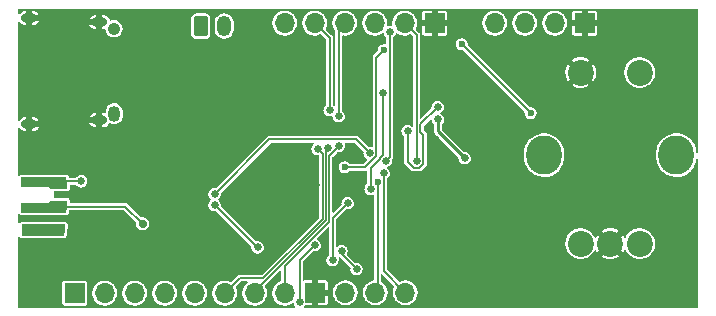
<source format=gbr>
%TF.GenerationSoftware,KiCad,Pcbnew,6.0.2-378541a8eb~116~ubuntu20.04.1*%
%TF.CreationDate,2022-02-24T19:36:18+01:00*%
%TF.ProjectId,Scale,5363616c-652e-46b6-9963-61645f706362,rev?*%
%TF.SameCoordinates,Original*%
%TF.FileFunction,Copper,L2,Bot*%
%TF.FilePolarity,Positive*%
%FSLAX46Y46*%
G04 Gerber Fmt 4.6, Leading zero omitted, Abs format (unit mm)*
G04 Created by KiCad (PCBNEW 6.0.2-378541a8eb~116~ubuntu20.04.1) date 2022-02-24 19:36:18*
%MOMM*%
%LPD*%
G01*
G04 APERTURE LIST*
G04 Aperture macros list*
%AMRoundRect*
0 Rectangle with rounded corners*
0 $1 Rounding radius*
0 $2 $3 $4 $5 $6 $7 $8 $9 X,Y pos of 4 corners*
0 Add a 4 corners polygon primitive as box body*
4,1,4,$2,$3,$4,$5,$6,$7,$8,$9,$2,$3,0*
0 Add four circle primitives for the rounded corners*
1,1,$1+$1,$2,$3*
1,1,$1+$1,$4,$5*
1,1,$1+$1,$6,$7*
1,1,$1+$1,$8,$9*
0 Add four rect primitives between the rounded corners*
20,1,$1+$1,$2,$3,$4,$5,0*
20,1,$1+$1,$4,$5,$6,$7,0*
20,1,$1+$1,$6,$7,$8,$9,0*
20,1,$1+$1,$8,$9,$2,$3,0*%
%AMFreePoly0*
4,1,14,0.500000,0.990000,0.480000,0.970000,0.440000,0.920000,0.400000,0.860000,0.370000,0.810000,0.350000,0.760000,0.330000,0.700000,0.310000,0.620000,0.300000,0.510000,0.300000,-1.500000,-0.500000,-1.500000,-0.500000,2.300000,0.500000,2.400000,0.500000,0.990000,0.500000,0.990000,$1*%
%AMFreePoly1*
4,1,14,0.500000,2.300000,0.500000,-1.500000,-0.300000,-1.500000,-0.300000,0.510000,-0.310000,0.620000,-0.330000,0.700000,-0.350000,0.760000,-0.370000,0.810000,-0.400000,0.860000,-0.440000,0.920000,-0.480000,0.970000,-0.500000,0.990000,-0.500000,2.400000,0.500000,2.300000,0.500000,2.300000,$1*%
%AMFreePoly2*
4,1,5,0.500000,1.800000,0.500000,-1.800000,-0.500000,-1.800000,-0.500000,1.900000,0.500000,1.800000,0.500000,1.800000,$1*%
G04 Aperture macros list end*
%TA.AperFunction,SMDPad,CuDef*%
%ADD10FreePoly0,270.000000*%
%TD*%
%TA.AperFunction,SMDPad,CuDef*%
%ADD11FreePoly1,270.000000*%
%TD*%
%TA.AperFunction,SMDPad,CuDef*%
%ADD12FreePoly2,270.000000*%
%TD*%
%TA.AperFunction,ComponentPad*%
%ADD13O,1.050000X1.350000*%
%TD*%
%TA.AperFunction,ComponentPad*%
%ADD14C,1.050000*%
%TD*%
%TA.AperFunction,ComponentPad*%
%ADD15O,1.400000X0.800000*%
%TD*%
%TA.AperFunction,ComponentPad*%
%ADD16O,3.000000X3.300000*%
%TD*%
%TA.AperFunction,ComponentPad*%
%ADD17C,2.200000*%
%TD*%
%TA.AperFunction,ComponentPad*%
%ADD18R,1.700000X1.700000*%
%TD*%
%TA.AperFunction,ComponentPad*%
%ADD19O,1.700000X1.700000*%
%TD*%
%TA.AperFunction,ComponentPad*%
%ADD20RoundRect,0.250000X-0.350000X-0.625000X0.350000X-0.625000X0.350000X0.625000X-0.350000X0.625000X0*%
%TD*%
%TA.AperFunction,ComponentPad*%
%ADD21O,1.200000X1.750000*%
%TD*%
%TA.AperFunction,ViaPad*%
%ADD22C,0.700000*%
%TD*%
%TA.AperFunction,ViaPad*%
%ADD23C,0.650000*%
%TD*%
%TA.AperFunction,ViaPad*%
%ADD24C,0.800000*%
%TD*%
%TA.AperFunction,ViaPad*%
%ADD25C,0.600000*%
%TD*%
%TA.AperFunction,Conductor*%
%ADD26C,0.200000*%
%TD*%
%TA.AperFunction,Conductor*%
%ADD27C,0.250000*%
%TD*%
%TA.AperFunction,Conductor*%
%ADD28C,0.150000*%
%TD*%
G04 APERTURE END LIST*
D10*
%TO.P,J2,3,SWDCLK/TCLK*%
%TO.N,/MCU/SWDCLK*%
X98600000Y-61786000D03*
D11*
%TO.P,J2,4,~{RESET}*%
%TO.N,/MCU/~{RESET}*%
X98600000Y-63786000D03*
D12*
%TO.P,J2,6,SWO/TDO*%
%TO.N,/MCU/SWO*%
X98900000Y-65786000D03*
%TD*%
D13*
%TO.P,J6,*%
%TO.N,*%
X104944000Y-55924000D03*
D14*
X104944000Y-48724000D03*
D15*
%TO.P,J6,S1,SHIELD*%
%TO.N,GND*%
X103694000Y-56454000D03*
X103694000Y-48194000D03*
X97744000Y-47834000D03*
X97744000Y-56814000D03*
%TD*%
D16*
%TO.P,SW2,*%
%TO.N,*%
X152539000Y-59440000D03*
X141339000Y-59440000D03*
D17*
%TO.P,SW2,A,A*%
%TO.N,Net-(R6-Pad2)*%
X149439000Y-66940000D03*
%TO.P,SW2,B,B*%
%TO.N,Net-(R4-Pad1)*%
X144439000Y-66940000D03*
%TO.P,SW2,C,C*%
%TO.N,GND*%
X146939000Y-66940000D03*
%TO.P,SW2,S1,S1*%
%TO.N,Net-(R7-Pad1)*%
X149439000Y-52440000D03*
%TO.P,SW2,S2,S2*%
%TO.N,GND*%
X144439000Y-52440000D03*
%TD*%
D18*
%TO.P,J3,1,Pin_1*%
%TO.N,GND*%
X121980000Y-71076000D03*
D19*
%TO.P,J3,2,Pin_2*%
%TO.N,/Display/DISPLAY_POWER*%
X124520000Y-71076000D03*
%TO.P,J3,3,Pin_3*%
%TO.N,/I2C_SCL*%
X127060000Y-71076000D03*
%TO.P,J3,4,Pin_4*%
%TO.N,/I2C_SDA*%
X129600000Y-71076000D03*
%TD*%
D18*
%TO.P,J5,1,Pin_1*%
%TO.N,GND*%
X132080000Y-48260000D03*
D19*
%TO.P,J5,2,Pin_2*%
%TO.N,/MCU/USART_CTS*%
X129540000Y-48260000D03*
%TO.P,J5,3,Pin_3*%
%TO.N,+3V3*%
X127000000Y-48260000D03*
%TO.P,J5,4,Pin_4*%
%TO.N,/MCU/USART_TX*%
X124460000Y-48260000D03*
%TO.P,J5,5,Pin_5*%
%TO.N,/MCU/USART_RX*%
X121920000Y-48260000D03*
%TO.P,J5,6,Pin_6*%
%TO.N,/MCU/USART_RTS*%
X119380000Y-48260000D03*
%TD*%
D20*
%TO.P,BT1,1,+*%
%TO.N,+BATT*%
X112268000Y-48514000D03*
D21*
%TO.P,BT1,2,-*%
%TO.N,-BATT*%
X114268000Y-48514000D03*
%TD*%
D18*
%TO.P,J4,1,Pin_1*%
%TO.N,/MCU/GPIO_PA5*%
X101600000Y-71120000D03*
D19*
%TO.P,J4,2,Pin_2*%
%TO.N,/MCU/GPIO_PA8*%
X104140000Y-71120000D03*
%TO.P,J4,3,Pin_3*%
%TO.N,/MCU/GPIO_PB0*%
X106680000Y-71120000D03*
%TO.P,J4,4,Pin_4*%
%TO.N,/MCU/GPIO_PB1*%
X109220000Y-71120000D03*
%TO.P,J4,5,Pin_5*%
%TO.N,/MCU/GPIO_PB2*%
X111760000Y-71120000D03*
%TO.P,J4,6,Pin_6*%
%TO.N,/MCU/GPIO_PB3*%
X114300000Y-71120000D03*
%TO.P,J4,7,Pin_7*%
%TO.N,/MCU/GPIO_PB4*%
X116840000Y-71120000D03*
%TO.P,J4,8,Pin_8*%
%TO.N,/MCU/GPIO_PB5*%
X119380000Y-71120000D03*
%TD*%
D18*
%TO.P,J1,1,Pin_1*%
%TO.N,GND*%
X144780000Y-48260000D03*
D19*
%TO.P,J1,2,Pin_2*%
%TO.N,/Instrumentation Amplifier/BRIDGE_A*%
X142240000Y-48260000D03*
%TO.P,J1,3,Pin_3*%
%TO.N,/Instrumentation Amplifier/BRIDGE_B*%
X139700000Y-48260000D03*
%TO.P,J1,4,Pin_4*%
%TO.N,/Power/BRIDGE_POWER*%
X137160000Y-48260000D03*
%TD*%
D22*
%TO.N,/MCU/~{RESET}*%
X107353000Y-65240000D03*
D23*
%TO.N,/Instrumentation Amplifier/INA_ENABLE*%
X129794000Y-57404000D03*
X132335549Y-55370451D03*
%TO.N,/MCU/SWDIO*%
X117094000Y-67249500D03*
X113446500Y-63662500D03*
%TO.N,/MCU/SWDCLK*%
X113446500Y-62738000D03*
X102146692Y-61644987D03*
X126588046Y-59278046D03*
%TO.N,+3V3*%
X134620000Y-59690000D03*
X132355000Y-56414500D03*
D24*
%TO.N,GND*%
X112268000Y-68072000D03*
X113030000Y-65024000D03*
X109220000Y-66802000D03*
X125476000Y-52578000D03*
X121920000Y-61976000D03*
X115316000Y-58420000D03*
X132106500Y-58139500D03*
X140716000Y-67056000D03*
X125984000Y-63754000D03*
X126238000Y-68326000D03*
X128524000Y-68834000D03*
X128778000Y-66294000D03*
X135382000Y-55880000D03*
X135636000Y-61976000D03*
X117602000Y-53848000D03*
X131318000Y-50800000D03*
X136398000Y-50800000D03*
X139700000Y-52578000D03*
X103124000Y-64770000D03*
X115062000Y-62992000D03*
X121412000Y-55626000D03*
X131318000Y-62484000D03*
X103124000Y-68326000D03*
X118364000Y-68072000D03*
D23*
%TO.N,/Encoder/ENCODER_A*%
X124206000Y-67564000D03*
X125476000Y-69088000D03*
D25*
%TO.N,/I2C_SCL*%
X127254000Y-61722000D03*
D23*
%TO.N,/I2C_SDA*%
X127762000Y-60960000D03*
%TO.N,/MCU/GPIO_PA8*%
X124714000Y-63500000D03*
X123444000Y-68326000D03*
%TO.N,/MCU/GPIO_PB3*%
X122174000Y-58928000D03*
%TO.N,/MCU/GPIO_PB4*%
X123055444Y-58793444D03*
%TO.N,/MCU/GPIO_PB5*%
X123952000Y-58674000D03*
%TO.N,/MCU/USART_CTS*%
X130556000Y-59944000D03*
%TO.N,/MCU/USART_TX*%
X123952000Y-56134000D03*
%TO.N,/MCU/USART_RX*%
X123190000Y-55626000D03*
%TO.N,/MCU/USART_RTS*%
X128270000Y-49022000D03*
X127965930Y-59894910D03*
D25*
%TO.N,/Encoder/ENCODER_BUTTON*%
X134366000Y-50038000D03*
X124460000Y-60452000D03*
X140208000Y-55880000D03*
X127762000Y-50546000D03*
D23*
%TO.N,/MCU/DISPLAY_ENABLE*%
X121920000Y-67056000D03*
X120650000Y-71882000D03*
%TO.N,/MCU/BRIDGE_ENABLE*%
X127687057Y-54211305D03*
X126662989Y-62295500D03*
%TD*%
D26*
%TO.N,/MCU/~{RESET}*%
X107353000Y-65240000D02*
X105899000Y-63786000D01*
X105899000Y-63786000D02*
X98600000Y-63786000D01*
%TO.N,/Instrumentation Amplifier/INA_ENABLE*%
X130793971Y-60518511D02*
X130318029Y-60518511D01*
X130318029Y-60518511D02*
X129794000Y-59994482D01*
X130880520Y-56825480D02*
X130880520Y-57474520D01*
X131130511Y-60181971D02*
X130793971Y-60518511D01*
X129794000Y-59994482D02*
X129794000Y-57404000D01*
X132335549Y-55370451D02*
X130880520Y-56825480D01*
X131130511Y-57724511D02*
X131130511Y-60181971D01*
X130880520Y-57474520D02*
X131130511Y-57724511D01*
%TO.N,/MCU/SWDIO*%
X117033500Y-67249500D02*
X117094000Y-67249500D01*
X113446500Y-63662500D02*
X117033500Y-67249500D01*
%TO.N,/MCU/SWDCLK*%
X126588046Y-59278046D02*
X125409489Y-58099489D01*
X118085011Y-58099489D02*
X113446500Y-62738000D01*
X125409489Y-58099489D02*
X118085011Y-58099489D01*
X102146692Y-61644987D02*
X98741013Y-61644987D01*
D27*
%TO.N,+3V3*%
X132355000Y-57425000D02*
X132355000Y-56414500D01*
X134620000Y-59690000D02*
X132355000Y-57425000D01*
%TO.N,GND*%
X132080000Y-50038000D02*
X132080000Y-48260000D01*
X131318000Y-50800000D02*
X132080000Y-50038000D01*
D28*
%TO.N,/Encoder/ENCODER_A*%
X124206000Y-67818000D02*
X124206000Y-67564000D01*
X125476000Y-69088000D02*
X124206000Y-67818000D01*
%TO.N,/I2C_SCL*%
X127254000Y-70882000D02*
X127060000Y-71076000D01*
X127254000Y-61722000D02*
X127254000Y-70882000D01*
%TO.N,/I2C_SDA*%
X127762000Y-69238000D02*
X129600000Y-71076000D01*
X127762000Y-60960000D02*
X127762000Y-69238000D01*
%TO.N,/MCU/GPIO_PA8*%
X123444000Y-64770000D02*
X124714000Y-63500000D01*
X123444000Y-68326000D02*
X123444000Y-64770000D01*
%TO.N,/MCU/GPIO_PB3*%
X122174000Y-58928000D02*
X122595440Y-59349440D01*
X117587540Y-69850000D02*
X115570000Y-69850000D01*
X115570000Y-69850000D02*
X114300000Y-71120000D01*
X122595440Y-64842100D02*
X117587540Y-69850000D01*
X122595440Y-59349440D02*
X122595440Y-64842100D01*
%TO.N,/MCU/GPIO_PB4*%
X122844960Y-59003928D02*
X123055444Y-58793444D01*
X116840000Y-70866000D02*
X116959770Y-70866000D01*
X116840000Y-71120000D02*
X116840000Y-70866000D01*
X122869960Y-58978928D02*
X122869960Y-64955810D01*
X116959770Y-70866000D02*
X122869960Y-64955810D01*
%TO.N,/MCU/GPIO_PB5*%
X123144480Y-59481520D02*
X123144480Y-65069520D01*
X119380000Y-68834000D02*
X119380000Y-71120000D01*
X123144480Y-65069520D02*
X119380000Y-68834000D01*
X123952000Y-58674000D02*
X123144480Y-59481520D01*
%TO.N,/MCU/USART_CTS*%
X130556000Y-59944000D02*
X130556000Y-49276000D01*
X130556000Y-49276000D02*
X129540000Y-48260000D01*
%TO.N,/MCU/USART_TX*%
X123952000Y-48768000D02*
X123952000Y-56134000D01*
%TO.N,/MCU/USART_RX*%
X123190000Y-55626000D02*
X123190000Y-49530000D01*
X123190000Y-49530000D02*
X121920000Y-48260000D01*
%TO.N,/MCU/USART_RTS*%
X127965930Y-59894910D02*
X128270000Y-59590840D01*
X128270000Y-59590840D02*
X128270000Y-49022000D01*
D26*
%TO.N,/Encoder/ENCODER_BUTTON*%
X127137557Y-59505662D02*
X127137557Y-51170443D01*
X127137557Y-51170443D02*
X127762000Y-50546000D01*
X124460000Y-60452000D02*
X126191219Y-60452000D01*
X126191219Y-60452000D02*
X127137557Y-59505662D01*
X134366000Y-50038000D02*
X140208000Y-55880000D01*
D28*
%TO.N,/MCU/DISPLAY_ENABLE*%
X120650000Y-72019500D02*
X120650000Y-68326000D01*
X120650000Y-68326000D02*
X121920000Y-67056000D01*
%TO.N,/MCU/BRIDGE_ENABLE*%
X127416419Y-59781581D02*
X127416419Y-59667294D01*
X127687057Y-59396656D02*
X127687057Y-54211305D01*
X126662989Y-60535011D02*
X127416419Y-59781581D01*
X127416419Y-59667294D02*
X127687057Y-59396656D01*
X126662989Y-62295500D02*
X126662989Y-60535011D01*
%TD*%
%TA.AperFunction,Conductor*%
%TO.N,GND*%
G36*
X154364326Y-47057674D02*
G01*
X154386000Y-47110000D01*
X154386000Y-59179886D01*
X154364326Y-59232212D01*
X154312000Y-59253886D01*
X154259674Y-59232212D01*
X154238433Y-59187878D01*
X154210057Y-58926674D01*
X154210057Y-58926673D01*
X154209624Y-58922689D01*
X154091778Y-58572516D01*
X153901486Y-58255817D01*
X153898737Y-58252910D01*
X153898734Y-58252906D01*
X153760256Y-58106470D01*
X153647627Y-57987368D01*
X153342044Y-57779694D01*
X152998995Y-57642484D01*
X152696243Y-57592364D01*
X152638435Y-57582794D01*
X152638434Y-57582794D01*
X152634484Y-57582140D01*
X152630492Y-57582349D01*
X152630488Y-57582349D01*
X152269522Y-57601267D01*
X152269520Y-57601267D01*
X152265519Y-57601477D01*
X152261653Y-57602542D01*
X152261652Y-57602542D01*
X152216068Y-57615098D01*
X151909313Y-57699592D01*
X151905769Y-57701461D01*
X151905768Y-57701461D01*
X151586033Y-57870038D01*
X151586031Y-57870040D01*
X151582485Y-57871909D01*
X151579423Y-57874497D01*
X151579421Y-57874498D01*
X151490884Y-57949318D01*
X151300284Y-58110387D01*
X151075876Y-58403901D01*
X151074184Y-58407529D01*
X151074183Y-58407531D01*
X151014502Y-58535518D01*
X150919731Y-58738756D01*
X150918858Y-58742663D01*
X150918857Y-58742665D01*
X150879466Y-58918892D01*
X150839133Y-59099329D01*
X150838500Y-59110651D01*
X150838500Y-59682300D01*
X150838717Y-59684296D01*
X150838717Y-59684299D01*
X150866834Y-59943117D01*
X150868376Y-59957311D01*
X150915461Y-60097221D01*
X150972838Y-60267713D01*
X150986222Y-60307484D01*
X151176514Y-60624183D01*
X151179263Y-60627090D01*
X151179266Y-60627094D01*
X151297857Y-60752500D01*
X151430373Y-60892632D01*
X151735956Y-61100306D01*
X152079005Y-61237516D01*
X152443516Y-61297860D01*
X152447508Y-61297651D01*
X152447512Y-61297651D01*
X152808478Y-61278733D01*
X152808480Y-61278733D01*
X152812481Y-61278523D01*
X152816347Y-61277458D01*
X152816348Y-61277458D01*
X152889248Y-61257378D01*
X153168687Y-61180408D01*
X153197835Y-61165040D01*
X153491967Y-61009962D01*
X153491969Y-61009960D01*
X153495515Y-61008091D01*
X153543964Y-60967149D01*
X153711844Y-60825279D01*
X153777716Y-60769613D01*
X154002124Y-60476099D01*
X154007968Y-60463568D01*
X154119505Y-60224373D01*
X154158269Y-60141244D01*
X154167034Y-60102034D01*
X154238207Y-59783625D01*
X154238207Y-59783621D01*
X154238867Y-59780671D01*
X154238923Y-59779675D01*
X154267364Y-59731199D01*
X154322172Y-59716924D01*
X154371022Y-59745585D01*
X154386000Y-59790221D01*
X154386000Y-72270000D01*
X154364326Y-72322326D01*
X154312000Y-72344000D01*
X121111759Y-72344000D01*
X121059433Y-72322326D01*
X121037759Y-72270000D01*
X121050230Y-72228888D01*
X121097003Y-72158888D01*
X121144096Y-72127422D01*
X121158532Y-72126000D01*
X121715281Y-72126000D01*
X121725689Y-72121689D01*
X121730000Y-72111281D01*
X122230000Y-72111281D01*
X122234311Y-72121689D01*
X122244719Y-72126000D01*
X122846058Y-72126000D01*
X122853268Y-72125290D01*
X122900890Y-72115818D01*
X122914094Y-72110348D01*
X122968132Y-72074241D01*
X122978241Y-72064132D01*
X123014348Y-72010094D01*
X123019818Y-71996890D01*
X123029290Y-71949268D01*
X123030000Y-71942058D01*
X123030000Y-71340719D01*
X123025689Y-71330311D01*
X123015281Y-71326000D01*
X122244719Y-71326000D01*
X122234311Y-71330311D01*
X122230000Y-71340719D01*
X122230000Y-72111281D01*
X121730000Y-72111281D01*
X121730000Y-71076000D01*
X123460435Y-71076000D01*
X123461068Y-71080808D01*
X123493916Y-71330311D01*
X123496539Y-71350236D01*
X123602390Y-71605782D01*
X123605340Y-71609627D01*
X123605342Y-71609630D01*
X123657006Y-71676960D01*
X123770774Y-71825226D01*
X123774625Y-71828181D01*
X123986369Y-71990658D01*
X123986372Y-71990660D01*
X123990217Y-71993610D01*
X124245764Y-72099461D01*
X124250566Y-72100093D01*
X124250569Y-72100094D01*
X124515192Y-72134932D01*
X124520000Y-72135565D01*
X124524808Y-72134932D01*
X124789431Y-72100094D01*
X124789434Y-72100093D01*
X124794236Y-72099461D01*
X125049783Y-71993610D01*
X125053628Y-71990660D01*
X125053631Y-71990658D01*
X125265375Y-71828181D01*
X125269226Y-71825226D01*
X125382994Y-71676960D01*
X125434658Y-71609630D01*
X125434660Y-71609627D01*
X125437610Y-71605782D01*
X125543461Y-71350236D01*
X125546085Y-71330311D01*
X125578932Y-71080808D01*
X125579565Y-71076000D01*
X125577916Y-71063471D01*
X125544094Y-70806569D01*
X125544093Y-70806566D01*
X125543461Y-70801764D01*
X125437610Y-70546218D01*
X125434660Y-70542373D01*
X125434658Y-70542370D01*
X125272181Y-70330625D01*
X125269226Y-70326774D01*
X125171552Y-70251826D01*
X125053631Y-70161342D01*
X125053628Y-70161340D01*
X125049783Y-70158390D01*
X124794236Y-70052539D01*
X124789434Y-70051907D01*
X124789431Y-70051906D01*
X124524808Y-70017068D01*
X124520000Y-70016435D01*
X124515192Y-70017068D01*
X124250569Y-70051906D01*
X124250566Y-70051907D01*
X124245764Y-70052539D01*
X123990218Y-70158390D01*
X123986373Y-70161340D01*
X123986370Y-70161342D01*
X123774625Y-70323819D01*
X123770774Y-70326774D01*
X123767819Y-70330625D01*
X123605342Y-70542370D01*
X123605340Y-70542373D01*
X123602390Y-70546218D01*
X123496539Y-70801764D01*
X123495907Y-70806566D01*
X123495906Y-70806569D01*
X123462084Y-71063471D01*
X123460435Y-71076000D01*
X121730000Y-71076000D01*
X121730000Y-70811281D01*
X122230000Y-70811281D01*
X122234311Y-70821689D01*
X122244719Y-70826000D01*
X123015281Y-70826000D01*
X123025689Y-70821689D01*
X123030000Y-70811281D01*
X123030000Y-70209942D01*
X123029290Y-70202732D01*
X123019818Y-70155110D01*
X123014348Y-70141906D01*
X122978241Y-70087868D01*
X122968132Y-70077759D01*
X122914094Y-70041652D01*
X122900890Y-70036182D01*
X122853268Y-70026710D01*
X122846058Y-70026000D01*
X122244719Y-70026000D01*
X122234311Y-70030311D01*
X122230000Y-70040719D01*
X122230000Y-70811281D01*
X121730000Y-70811281D01*
X121730000Y-70040719D01*
X121725689Y-70030311D01*
X121715281Y-70026000D01*
X121113942Y-70026000D01*
X121106732Y-70026710D01*
X121059110Y-70036182D01*
X121045905Y-70041652D01*
X121040612Y-70045189D01*
X120985063Y-70056238D01*
X120937971Y-70024772D01*
X120925500Y-69983660D01*
X120925500Y-68470768D01*
X120947174Y-68418442D01*
X121770105Y-67595511D01*
X121822431Y-67573837D01*
X121836868Y-67575259D01*
X121912851Y-67590373D01*
X121920000Y-67591795D01*
X121927149Y-67590373D01*
X122117893Y-67552432D01*
X122117895Y-67552431D01*
X122125040Y-67551010D01*
X122298864Y-67434864D01*
X122415010Y-67261040D01*
X122417306Y-67249500D01*
X122454373Y-67063149D01*
X122455795Y-67056000D01*
X122437697Y-66965014D01*
X122416432Y-66858107D01*
X122416431Y-66858105D01*
X122415010Y-66850960D01*
X122324249Y-66715127D01*
X122302914Y-66683197D01*
X122298864Y-66677136D01*
X122231221Y-66631938D01*
X122150610Y-66578075D01*
X122119144Y-66530982D01*
X122130193Y-66475434D01*
X122139396Y-66464220D01*
X123042174Y-65561442D01*
X123094500Y-65539768D01*
X123146826Y-65561442D01*
X123168500Y-65613768D01*
X123168500Y-67838516D01*
X123146826Y-67890842D01*
X123135612Y-67900045D01*
X123065136Y-67947136D01*
X122948990Y-68120960D01*
X122947569Y-68128105D01*
X122947568Y-68128107D01*
X122922889Y-68252179D01*
X122908205Y-68326000D01*
X122948990Y-68531040D01*
X123065136Y-68704864D01*
X123238960Y-68821010D01*
X123246105Y-68822431D01*
X123246107Y-68822432D01*
X123436851Y-68860373D01*
X123444000Y-68861795D01*
X123451149Y-68860373D01*
X123641893Y-68822432D01*
X123641895Y-68822431D01*
X123649040Y-68821010D01*
X123822864Y-68704864D01*
X123939010Y-68531040D01*
X123979795Y-68326000D01*
X123965111Y-68252179D01*
X123945234Y-68152249D01*
X123956283Y-68096700D01*
X124003375Y-68065234D01*
X124032250Y-68065234D01*
X124049392Y-68068644D01*
X124087280Y-68088896D01*
X124936489Y-68938105D01*
X124958163Y-68990431D01*
X124956741Y-69004868D01*
X124940205Y-69088000D01*
X124980990Y-69293040D01*
X125097136Y-69466864D01*
X125270960Y-69583010D01*
X125278105Y-69584431D01*
X125278107Y-69584432D01*
X125468851Y-69622373D01*
X125476000Y-69623795D01*
X125483149Y-69622373D01*
X125673893Y-69584432D01*
X125673895Y-69584431D01*
X125681040Y-69583010D01*
X125854864Y-69466864D01*
X125971010Y-69293040D01*
X126011795Y-69088000D01*
X125995259Y-69004868D01*
X125972432Y-68890107D01*
X125972431Y-68890105D01*
X125971010Y-68882960D01*
X125854864Y-68709136D01*
X125681040Y-68592990D01*
X125673895Y-68591569D01*
X125673893Y-68591568D01*
X125483149Y-68553627D01*
X125476000Y-68552205D01*
X125468851Y-68553627D01*
X125392868Y-68568741D01*
X125337319Y-68557692D01*
X125326105Y-68548489D01*
X124682127Y-67904511D01*
X124660453Y-67852185D01*
X124672925Y-67811072D01*
X124696960Y-67775103D01*
X124696962Y-67775098D01*
X124701010Y-67769040D01*
X124739555Y-67575259D01*
X124740373Y-67571149D01*
X124741795Y-67564000D01*
X124735098Y-67530332D01*
X124702432Y-67366107D01*
X124702431Y-67366105D01*
X124701010Y-67358960D01*
X124623094Y-67242351D01*
X124588914Y-67191197D01*
X124584864Y-67185136D01*
X124577389Y-67180141D01*
X124417098Y-67073038D01*
X124417099Y-67073038D01*
X124411040Y-67068990D01*
X124403895Y-67067569D01*
X124403893Y-67067568D01*
X124213149Y-67029627D01*
X124206000Y-67028205D01*
X124198851Y-67029627D01*
X124008107Y-67067568D01*
X124008105Y-67067569D01*
X124000960Y-67068990D01*
X123994901Y-67073038D01*
X123994902Y-67073038D01*
X123834612Y-67180141D01*
X123779064Y-67191190D01*
X123731971Y-67159724D01*
X123719500Y-67118612D01*
X123719500Y-64914768D01*
X123741174Y-64862442D01*
X124564105Y-64039511D01*
X124616431Y-64017837D01*
X124630868Y-64019259D01*
X124706851Y-64034373D01*
X124714000Y-64035795D01*
X124721149Y-64034373D01*
X124911893Y-63996432D01*
X124911895Y-63996431D01*
X124919040Y-63995010D01*
X125092864Y-63878864D01*
X125100431Y-63867540D01*
X125191945Y-63730580D01*
X125209010Y-63705040D01*
X125214975Y-63675056D01*
X125248373Y-63507149D01*
X125249795Y-63500000D01*
X125232191Y-63411500D01*
X125210432Y-63302107D01*
X125210431Y-63302105D01*
X125209010Y-63294960D01*
X125092864Y-63121136D01*
X124919040Y-63004990D01*
X124911895Y-63003569D01*
X124911893Y-63003568D01*
X124721149Y-62965627D01*
X124714000Y-62964205D01*
X124706851Y-62965627D01*
X124516107Y-63003568D01*
X124516105Y-63003569D01*
X124508960Y-63004990D01*
X124335136Y-63121136D01*
X124218990Y-63294960D01*
X124217569Y-63302105D01*
X124217568Y-63302107D01*
X124195809Y-63411500D01*
X124178205Y-63500000D01*
X124179627Y-63507149D01*
X124194741Y-63583132D01*
X124183692Y-63638681D01*
X124174489Y-63649895D01*
X123546306Y-64278078D01*
X123493980Y-64299752D01*
X123441654Y-64278078D01*
X123419980Y-64225752D01*
X123419980Y-59626288D01*
X123441654Y-59573962D01*
X123802105Y-59213511D01*
X123854431Y-59191837D01*
X123868868Y-59193259D01*
X123944851Y-59208373D01*
X123952000Y-59209795D01*
X123959149Y-59208373D01*
X124149893Y-59170432D01*
X124149895Y-59170431D01*
X124157040Y-59169010D01*
X124330864Y-59052864D01*
X124447010Y-58879040D01*
X124466107Y-58783036D01*
X124486373Y-58681149D01*
X124487795Y-58674000D01*
X124450882Y-58488426D01*
X124461931Y-58432877D01*
X124509023Y-58401411D01*
X124523460Y-58399989D01*
X125254366Y-58399989D01*
X125306692Y-58421663D01*
X126042669Y-59157640D01*
X126064343Y-59209966D01*
X126062921Y-59224402D01*
X126053673Y-59270896D01*
X126052251Y-59278046D01*
X126053673Y-59285195D01*
X126089199Y-59463795D01*
X126093036Y-59483086D01*
X126209182Y-59656910D01*
X126269404Y-59697149D01*
X126345311Y-59747869D01*
X126376776Y-59794962D01*
X126365727Y-59850511D01*
X126356524Y-59861724D01*
X126088422Y-60129826D01*
X126036096Y-60151500D01*
X124900712Y-60151500D01*
X124848386Y-60129826D01*
X124839183Y-60118612D01*
X124824890Y-60097221D01*
X124824889Y-60097220D01*
X124820840Y-60091160D01*
X124655285Y-59980540D01*
X124648140Y-59979119D01*
X124648138Y-59979118D01*
X124467149Y-59943117D01*
X124460000Y-59941695D01*
X124452851Y-59943117D01*
X124271862Y-59979118D01*
X124271860Y-59979119D01*
X124264715Y-59980540D01*
X124099160Y-60091160D01*
X123988540Y-60256715D01*
X123987119Y-60263860D01*
X123987118Y-60263862D01*
X123961761Y-60391342D01*
X123949695Y-60452000D01*
X123951117Y-60459149D01*
X123984524Y-60627094D01*
X123988540Y-60647285D01*
X124099160Y-60812840D01*
X124264715Y-60923460D01*
X124271860Y-60924881D01*
X124271862Y-60924882D01*
X124452851Y-60960883D01*
X124460000Y-60962305D01*
X124467149Y-60960883D01*
X124648138Y-60924882D01*
X124648140Y-60924881D01*
X124655285Y-60923460D01*
X124820840Y-60812840D01*
X124832086Y-60796010D01*
X124839183Y-60785388D01*
X124886276Y-60753922D01*
X124900712Y-60752500D01*
X126271738Y-60752500D01*
X126280175Y-60747629D01*
X126289587Y-60745107D01*
X126290344Y-60747933D01*
X126332646Y-60742367D01*
X126377577Y-60776848D01*
X126387489Y-60813844D01*
X126387489Y-61808016D01*
X126365815Y-61860342D01*
X126354601Y-61869545D01*
X126284125Y-61916636D01*
X126167979Y-62090460D01*
X126166558Y-62097605D01*
X126166557Y-62097607D01*
X126145469Y-62203627D01*
X126127194Y-62295500D01*
X126128616Y-62302649D01*
X126166402Y-62492610D01*
X126167979Y-62500540D01*
X126194417Y-62540107D01*
X126255560Y-62631613D01*
X126284125Y-62674364D01*
X126290186Y-62678414D01*
X126361855Y-62726302D01*
X126457949Y-62790510D01*
X126465094Y-62791931D01*
X126465096Y-62791932D01*
X126655840Y-62829873D01*
X126662989Y-62831295D01*
X126868029Y-62790510D01*
X126874090Y-62786460D01*
X126876181Y-62785594D01*
X126932818Y-62785594D01*
X126972867Y-62825642D01*
X126978500Y-62853961D01*
X126978500Y-69962269D01*
X126956826Y-70014595D01*
X126914160Y-70035635D01*
X126868460Y-70041652D01*
X126790569Y-70051906D01*
X126790566Y-70051907D01*
X126785764Y-70052539D01*
X126530218Y-70158390D01*
X126526373Y-70161340D01*
X126526370Y-70161342D01*
X126314625Y-70323819D01*
X126310774Y-70326774D01*
X126307819Y-70330625D01*
X126145342Y-70542370D01*
X126145340Y-70542373D01*
X126142390Y-70546218D01*
X126036539Y-70801764D01*
X126035907Y-70806566D01*
X126035906Y-70806569D01*
X126002084Y-71063471D01*
X126000435Y-71076000D01*
X126001068Y-71080808D01*
X126033916Y-71330311D01*
X126036539Y-71350236D01*
X126142390Y-71605782D01*
X126145340Y-71609627D01*
X126145342Y-71609630D01*
X126197006Y-71676960D01*
X126310774Y-71825226D01*
X126314625Y-71828181D01*
X126526369Y-71990658D01*
X126526372Y-71990660D01*
X126530217Y-71993610D01*
X126785764Y-72099461D01*
X126790566Y-72100093D01*
X126790569Y-72100094D01*
X127055192Y-72134932D01*
X127060000Y-72135565D01*
X127064808Y-72134932D01*
X127329431Y-72100094D01*
X127329434Y-72100093D01*
X127334236Y-72099461D01*
X127589783Y-71993610D01*
X127593628Y-71990660D01*
X127593631Y-71990658D01*
X127805375Y-71828181D01*
X127809226Y-71825226D01*
X127922994Y-71676960D01*
X127974658Y-71609630D01*
X127974660Y-71609627D01*
X127977610Y-71605782D01*
X128083461Y-71350236D01*
X128086085Y-71330311D01*
X128118932Y-71080808D01*
X128119565Y-71076000D01*
X128117916Y-71063471D01*
X128084094Y-70806569D01*
X128084093Y-70806566D01*
X128083461Y-70801764D01*
X127977610Y-70546218D01*
X127974660Y-70542373D01*
X127974658Y-70542370D01*
X127812181Y-70330625D01*
X127809226Y-70326774D01*
X127711552Y-70251826D01*
X127593631Y-70161342D01*
X127593628Y-70161340D01*
X127589783Y-70158390D01*
X127575182Y-70152342D01*
X127535133Y-70112295D01*
X127529500Y-70083975D01*
X127529500Y-69573768D01*
X127551174Y-69521442D01*
X127603500Y-69499768D01*
X127655826Y-69521442D01*
X128646903Y-70512519D01*
X128668577Y-70564845D01*
X128662944Y-70593164D01*
X128576539Y-70801764D01*
X128575907Y-70806566D01*
X128575906Y-70806569D01*
X128542084Y-71063471D01*
X128540435Y-71076000D01*
X128541068Y-71080808D01*
X128573916Y-71330311D01*
X128576539Y-71350236D01*
X128682390Y-71605782D01*
X128685340Y-71609627D01*
X128685342Y-71609630D01*
X128737006Y-71676960D01*
X128850774Y-71825226D01*
X128854625Y-71828181D01*
X129066369Y-71990658D01*
X129066372Y-71990660D01*
X129070217Y-71993610D01*
X129325764Y-72099461D01*
X129330566Y-72100093D01*
X129330569Y-72100094D01*
X129595192Y-72134932D01*
X129600000Y-72135565D01*
X129604808Y-72134932D01*
X129869431Y-72100094D01*
X129869434Y-72100093D01*
X129874236Y-72099461D01*
X130129783Y-71993610D01*
X130133628Y-71990660D01*
X130133631Y-71990658D01*
X130345375Y-71828181D01*
X130349226Y-71825226D01*
X130462994Y-71676960D01*
X130514658Y-71609630D01*
X130514660Y-71609627D01*
X130517610Y-71605782D01*
X130623461Y-71350236D01*
X130626085Y-71330311D01*
X130658932Y-71080808D01*
X130659565Y-71076000D01*
X130657916Y-71063471D01*
X130624094Y-70806569D01*
X130624093Y-70806566D01*
X130623461Y-70801764D01*
X130517610Y-70546218D01*
X130514660Y-70542373D01*
X130514658Y-70542370D01*
X130352181Y-70330625D01*
X130349226Y-70326774D01*
X130251552Y-70251826D01*
X130133631Y-70161342D01*
X130133628Y-70161340D01*
X130129783Y-70158390D01*
X129874236Y-70052539D01*
X129869434Y-70051907D01*
X129869431Y-70051906D01*
X129604808Y-70017068D01*
X129600000Y-70016435D01*
X129595192Y-70017068D01*
X129330569Y-70051906D01*
X129330566Y-70051907D01*
X129325764Y-70052539D01*
X129117164Y-70138944D01*
X129060526Y-70138944D01*
X129036519Y-70122903D01*
X128059174Y-69145558D01*
X128037500Y-69093232D01*
X128037500Y-66926281D01*
X143129020Y-66926281D01*
X143141398Y-67038402D01*
X143162759Y-67231883D01*
X143163561Y-67239152D01*
X143165094Y-67243341D01*
X143270118Y-67530332D01*
X143271735Y-67534751D01*
X143334640Y-67628364D01*
X143437729Y-67781776D01*
X143447297Y-67796015D01*
X143680112Y-68007860D01*
X143684035Y-68009990D01*
X143952814Y-68155926D01*
X143952818Y-68155928D01*
X143956738Y-68158056D01*
X144261206Y-68237931D01*
X144418572Y-68240403D01*
X144571481Y-68242805D01*
X144575938Y-68242875D01*
X144882764Y-68172603D01*
X144909437Y-68159188D01*
X145159986Y-68033175D01*
X145159988Y-68033174D01*
X145163972Y-68031170D01*
X145173328Y-68023179D01*
X146215472Y-68023179D01*
X146217241Y-68027450D01*
X146452999Y-68155457D01*
X146461240Y-68158720D01*
X146756963Y-68236301D01*
X146765731Y-68237502D01*
X147071428Y-68242304D01*
X147080232Y-68241378D01*
X147378245Y-68173125D01*
X147386579Y-68170125D01*
X147659704Y-68032756D01*
X147660391Y-68032300D01*
X147663580Y-68026041D01*
X147658957Y-68013510D01*
X146949408Y-67303961D01*
X146939000Y-67299650D01*
X146928592Y-67303961D01*
X146219783Y-68012771D01*
X146215472Y-68023179D01*
X145173328Y-68023179D01*
X145188771Y-68009990D01*
X145399932Y-67829641D01*
X145403325Y-67826743D01*
X145587007Y-67571122D01*
X145619050Y-67491413D01*
X145658677Y-67450947D01*
X145715311Y-67450354D01*
X145757203Y-67493584D01*
X145770650Y-67530332D01*
X145774672Y-67538224D01*
X145851886Y-67653132D01*
X145861270Y-67659367D01*
X145867293Y-67658153D01*
X146575039Y-66950408D01*
X146579350Y-66940000D01*
X147298650Y-66940000D01*
X147302961Y-66950408D01*
X148007949Y-67655395D01*
X148018357Y-67659706D01*
X148024594Y-67657123D01*
X148083962Y-67574504D01*
X148088230Y-67566741D01*
X148118514Y-67491406D01*
X148158141Y-67450940D01*
X148214775Y-67450347D01*
X148256667Y-67493576D01*
X148270118Y-67530332D01*
X148271735Y-67534751D01*
X148334640Y-67628364D01*
X148437729Y-67781776D01*
X148447297Y-67796015D01*
X148680112Y-68007860D01*
X148684035Y-68009990D01*
X148952814Y-68155926D01*
X148952818Y-68155928D01*
X148956738Y-68158056D01*
X149261206Y-68237931D01*
X149418572Y-68240403D01*
X149571481Y-68242805D01*
X149575938Y-68242875D01*
X149882764Y-68172603D01*
X149909437Y-68159188D01*
X150159986Y-68033175D01*
X150159988Y-68033174D01*
X150163972Y-68031170D01*
X150188771Y-68009990D01*
X150399932Y-67829641D01*
X150403325Y-67826743D01*
X150587007Y-67571122D01*
X150631438Y-67460598D01*
X150702750Y-67283203D01*
X150704413Y-67279066D01*
X150748765Y-66967436D01*
X150749052Y-66940000D01*
X150711236Y-66627509D01*
X150620562Y-66387546D01*
X150601549Y-66337228D01*
X150601548Y-66337226D01*
X150599973Y-66333058D01*
X150421685Y-66073647D01*
X150418353Y-66070678D01*
X150418350Y-66070675D01*
X150189998Y-65867222D01*
X150189996Y-65867220D01*
X150186664Y-65864252D01*
X149989733Y-65759982D01*
X149912423Y-65719048D01*
X149912422Y-65719047D01*
X149908481Y-65716961D01*
X149755837Y-65678619D01*
X149607518Y-65641364D01*
X149607515Y-65641364D01*
X149603193Y-65640278D01*
X149441244Y-65639430D01*
X149292884Y-65638653D01*
X149292881Y-65638653D01*
X149288426Y-65638630D01*
X149284091Y-65639671D01*
X149284089Y-65639671D01*
X149120902Y-65678849D01*
X148982352Y-65712112D01*
X148702642Y-65856481D01*
X148465442Y-66063404D01*
X148284447Y-66320934D01*
X148282826Y-66325092D01*
X148258194Y-66388268D01*
X148218993Y-66429146D01*
X148162368Y-66430332D01*
X148120026Y-66387544D01*
X148101102Y-66337462D01*
X148097000Y-66329617D01*
X148026290Y-66226734D01*
X148016841Y-66220597D01*
X148010638Y-66221916D01*
X147302961Y-66929592D01*
X147298650Y-66940000D01*
X146579350Y-66940000D01*
X146575039Y-66929592D01*
X145870304Y-66224858D01*
X145859896Y-66220547D01*
X145853852Y-66223050D01*
X145787458Y-66317519D01*
X145783270Y-66325330D01*
X145758730Y-66388271D01*
X145719529Y-66429149D01*
X145662904Y-66430335D01*
X145620562Y-66387546D01*
X145601550Y-66337230D01*
X145601548Y-66337226D01*
X145599973Y-66333058D01*
X145421685Y-66073647D01*
X145418353Y-66070678D01*
X145418350Y-66070675D01*
X145189998Y-65867222D01*
X145189996Y-65867220D01*
X145186664Y-65864252D01*
X145172080Y-65856530D01*
X146213038Y-65856530D01*
X146213400Y-65860846D01*
X146928592Y-66576039D01*
X146939000Y-66580350D01*
X146949408Y-66576039D01*
X147659233Y-65866213D01*
X147663544Y-65855805D01*
X147661832Y-65851670D01*
X147412240Y-65719518D01*
X147403973Y-65716345D01*
X147107457Y-65641865D01*
X147098670Y-65640755D01*
X146792942Y-65639154D01*
X146784147Y-65640172D01*
X146486869Y-65711542D01*
X146478563Y-65714631D01*
X146220309Y-65847926D01*
X146213038Y-65856530D01*
X145172080Y-65856530D01*
X144989733Y-65759982D01*
X144912423Y-65719048D01*
X144912422Y-65719047D01*
X144908481Y-65716961D01*
X144755837Y-65678619D01*
X144607518Y-65641364D01*
X144607515Y-65641364D01*
X144603193Y-65640278D01*
X144441244Y-65639430D01*
X144292884Y-65638653D01*
X144292881Y-65638653D01*
X144288426Y-65638630D01*
X144284091Y-65639671D01*
X144284089Y-65639671D01*
X144120902Y-65678849D01*
X143982352Y-65712112D01*
X143702642Y-65856481D01*
X143465442Y-66063404D01*
X143284447Y-66320934D01*
X143170106Y-66614203D01*
X143129020Y-66926281D01*
X128037500Y-66926281D01*
X128037500Y-61447484D01*
X128059174Y-61395158D01*
X128070388Y-61385955D01*
X128134803Y-61342914D01*
X128140864Y-61338864D01*
X128257010Y-61165040D01*
X128260007Y-61149977D01*
X128296373Y-60967149D01*
X128297795Y-60960000D01*
X128283815Y-60889718D01*
X128258432Y-60762107D01*
X128258431Y-60762105D01*
X128257010Y-60754960D01*
X128140864Y-60581136D01*
X128075789Y-60537654D01*
X128044323Y-60490561D01*
X128055372Y-60435013D01*
X128102464Y-60403547D01*
X128163823Y-60391342D01*
X128163825Y-60391341D01*
X128170970Y-60389920D01*
X128344794Y-60273774D01*
X128460940Y-60099950D01*
X128462689Y-60091160D01*
X128500303Y-59902059D01*
X128501725Y-59894910D01*
X128485189Y-59811778D01*
X128496238Y-59756229D01*
X128505441Y-59745015D01*
X128517007Y-59733449D01*
X128524204Y-59706590D01*
X128531596Y-59688744D01*
X128540629Y-59673097D01*
X128545500Y-59664660D01*
X128545501Y-59517020D01*
X128545500Y-59517018D01*
X128545500Y-49509484D01*
X128567174Y-49457158D01*
X128578388Y-49447955D01*
X128642803Y-49404914D01*
X128648864Y-49400864D01*
X128657867Y-49387391D01*
X128712458Y-49305689D01*
X128765010Y-49227040D01*
X128767784Y-49213097D01*
X128778371Y-49159870D01*
X128782795Y-49137631D01*
X128814259Y-49090539D01*
X128869808Y-49079490D01*
X128900420Y-49093360D01*
X129006369Y-49174658D01*
X129006373Y-49174660D01*
X129010217Y-49177610D01*
X129265764Y-49283461D01*
X129270566Y-49284093D01*
X129270569Y-49284094D01*
X129535192Y-49318932D01*
X129540000Y-49319565D01*
X129544808Y-49318932D01*
X129809431Y-49284094D01*
X129809434Y-49284093D01*
X129814236Y-49283461D01*
X130022836Y-49197056D01*
X130079474Y-49197056D01*
X130103481Y-49213097D01*
X130258826Y-49368442D01*
X130280500Y-49420768D01*
X130280500Y-56958612D01*
X130258826Y-57010938D01*
X130206500Y-57032612D01*
X130165388Y-57020141D01*
X130094049Y-56972473D01*
X129999040Y-56908990D01*
X129991895Y-56907569D01*
X129991893Y-56907568D01*
X129801149Y-56869627D01*
X129794000Y-56868205D01*
X129786851Y-56869627D01*
X129596107Y-56907568D01*
X129596105Y-56907569D01*
X129588960Y-56908990D01*
X129582901Y-56913038D01*
X129582902Y-56913038D01*
X129422612Y-57020141D01*
X129415136Y-57025136D01*
X129411086Y-57031197D01*
X129389168Y-57064000D01*
X129298990Y-57198960D01*
X129297569Y-57206105D01*
X129297568Y-57206107D01*
X129264625Y-57371723D01*
X129258205Y-57404000D01*
X129259627Y-57411149D01*
X129297486Y-57601477D01*
X129298990Y-57609040D01*
X129415136Y-57782864D01*
X129421196Y-57786913D01*
X129460612Y-57813250D01*
X129492078Y-57860342D01*
X129493500Y-57874779D01*
X129493500Y-60075001D01*
X129498371Y-60083438D01*
X129498372Y-60083441D01*
X129509107Y-60102034D01*
X129516501Y-60119882D01*
X129524579Y-60150032D01*
X130162479Y-60787932D01*
X130192629Y-60796010D01*
X130210477Y-60803404D01*
X130229070Y-60814139D01*
X130229073Y-60814140D01*
X130237510Y-60819011D01*
X130874490Y-60819011D01*
X130882927Y-60814140D01*
X130882930Y-60814139D01*
X130901523Y-60803404D01*
X130919371Y-60796010D01*
X130949521Y-60787932D01*
X131399932Y-60337521D01*
X131408011Y-60307368D01*
X131415405Y-60289519D01*
X131422157Y-60277824D01*
X131431011Y-60262490D01*
X131431011Y-57643992D01*
X131426140Y-57635555D01*
X131426139Y-57635552D01*
X131415404Y-57616959D01*
X131408010Y-57599110D01*
X131399932Y-57568961D01*
X131202694Y-57371723D01*
X131181020Y-57319397D01*
X131181020Y-56980603D01*
X131202694Y-56928277D01*
X131704265Y-56426706D01*
X131756591Y-56405032D01*
X131808917Y-56426706D01*
X131829169Y-56464595D01*
X131848942Y-56564000D01*
X131859990Y-56619540D01*
X131906244Y-56688763D01*
X131971852Y-56786952D01*
X131976136Y-56793364D01*
X131982197Y-56797414D01*
X131982198Y-56797415D01*
X131996613Y-56807047D01*
X132028078Y-56854139D01*
X132029500Y-56868575D01*
X132029500Y-57386888D01*
X132028189Y-57400754D01*
X132021895Y-57433746D01*
X132021895Y-57433748D01*
X132020217Y-57442545D01*
X132022806Y-57451119D01*
X132040306Y-57509084D01*
X132041328Y-57512820D01*
X132057907Y-57580316D01*
X132062768Y-57585831D01*
X132064477Y-57589141D01*
X132066443Y-57595652D01*
X132070307Y-57600633D01*
X132115227Y-57645553D01*
X132118408Y-57648941D01*
X132163673Y-57700284D01*
X132171502Y-57703289D01*
X132180420Y-57710746D01*
X134068757Y-59599083D01*
X134090431Y-59651409D01*
X134089009Y-59665844D01*
X134085627Y-59682848D01*
X134085627Y-59682851D01*
X134084205Y-59690000D01*
X134085627Y-59697149D01*
X134116133Y-59850511D01*
X134124990Y-59895040D01*
X134241136Y-60068864D01*
X134247197Y-60072914D01*
X134283575Y-60097221D01*
X134414960Y-60185010D01*
X134422105Y-60186431D01*
X134422107Y-60186432D01*
X134612851Y-60224373D01*
X134620000Y-60225795D01*
X134627149Y-60224373D01*
X134817893Y-60186432D01*
X134817895Y-60186431D01*
X134825040Y-60185010D01*
X134956425Y-60097221D01*
X134992803Y-60072914D01*
X134998864Y-60068864D01*
X135115010Y-59895040D01*
X135123868Y-59850511D01*
X135154373Y-59697149D01*
X135155795Y-59690000D01*
X135154263Y-59682300D01*
X139638500Y-59682300D01*
X139638717Y-59684296D01*
X139638717Y-59684299D01*
X139666834Y-59943117D01*
X139668376Y-59957311D01*
X139715461Y-60097221D01*
X139772838Y-60267713D01*
X139786222Y-60307484D01*
X139976514Y-60624183D01*
X139979263Y-60627090D01*
X139979266Y-60627094D01*
X140097857Y-60752500D01*
X140230373Y-60892632D01*
X140535956Y-61100306D01*
X140879005Y-61237516D01*
X141243516Y-61297860D01*
X141247508Y-61297651D01*
X141247512Y-61297651D01*
X141608478Y-61278733D01*
X141608480Y-61278733D01*
X141612481Y-61278523D01*
X141616347Y-61277458D01*
X141616348Y-61277458D01*
X141689248Y-61257378D01*
X141968687Y-61180408D01*
X141997835Y-61165040D01*
X142291967Y-61009962D01*
X142291969Y-61009960D01*
X142295515Y-61008091D01*
X142343964Y-60967149D01*
X142511844Y-60825279D01*
X142577716Y-60769613D01*
X142802124Y-60476099D01*
X142807968Y-60463568D01*
X142919505Y-60224373D01*
X142958269Y-60141244D01*
X142967500Y-60099950D01*
X143038204Y-59783637D01*
X143038867Y-59780671D01*
X143039500Y-59769349D01*
X143039500Y-59197700D01*
X143038187Y-59185609D01*
X143010057Y-58926674D01*
X143010057Y-58926673D01*
X143009624Y-58922689D01*
X142891778Y-58572516D01*
X142701486Y-58255817D01*
X142698737Y-58252910D01*
X142698734Y-58252906D01*
X142560256Y-58106470D01*
X142447627Y-57987368D01*
X142142044Y-57779694D01*
X141798995Y-57642484D01*
X141496243Y-57592364D01*
X141438435Y-57582794D01*
X141438434Y-57582794D01*
X141434484Y-57582140D01*
X141430492Y-57582349D01*
X141430488Y-57582349D01*
X141069522Y-57601267D01*
X141069520Y-57601267D01*
X141065519Y-57601477D01*
X141061653Y-57602542D01*
X141061652Y-57602542D01*
X141016068Y-57615098D01*
X140709313Y-57699592D01*
X140705769Y-57701461D01*
X140705768Y-57701461D01*
X140386033Y-57870038D01*
X140386031Y-57870040D01*
X140382485Y-57871909D01*
X140379423Y-57874497D01*
X140379421Y-57874498D01*
X140290884Y-57949318D01*
X140100284Y-58110387D01*
X139875876Y-58403901D01*
X139874184Y-58407529D01*
X139874183Y-58407531D01*
X139814502Y-58535518D01*
X139719731Y-58738756D01*
X139718858Y-58742663D01*
X139718857Y-58742665D01*
X139679466Y-58918892D01*
X139639133Y-59099329D01*
X139638500Y-59110651D01*
X139638500Y-59682300D01*
X135154263Y-59682300D01*
X135143122Y-59626288D01*
X135116432Y-59492107D01*
X135116431Y-59492105D01*
X135115010Y-59484960D01*
X135006682Y-59322836D01*
X135002914Y-59317197D01*
X134998864Y-59311136D01*
X134825040Y-59194990D01*
X134817895Y-59193569D01*
X134817893Y-59193568D01*
X134627149Y-59155627D01*
X134620000Y-59154205D01*
X134612851Y-59155627D01*
X134612848Y-59155627D01*
X134595844Y-59159009D01*
X134540296Y-59147959D01*
X134529083Y-59138757D01*
X132702174Y-57311848D01*
X132680500Y-57259522D01*
X132680500Y-56868575D01*
X132702174Y-56816249D01*
X132713387Y-56807047D01*
X132727802Y-56797415D01*
X132727803Y-56797414D01*
X132733864Y-56793364D01*
X132738149Y-56786952D01*
X132803756Y-56688763D01*
X132850010Y-56619540D01*
X132863986Y-56549281D01*
X132889373Y-56421649D01*
X132890795Y-56414500D01*
X132885982Y-56390305D01*
X132851432Y-56216607D01*
X132851431Y-56216605D01*
X132850010Y-56209460D01*
X132733864Y-56035636D01*
X132601969Y-55947506D01*
X132570503Y-55900413D01*
X132581552Y-55844865D01*
X132601969Y-55824448D01*
X132708352Y-55753365D01*
X132714413Y-55749315D01*
X132740206Y-55710714D01*
X132779315Y-55652183D01*
X132830559Y-55575491D01*
X132838465Y-55535748D01*
X132869922Y-55377600D01*
X132871344Y-55370451D01*
X132846010Y-55243086D01*
X132831981Y-55172558D01*
X132831980Y-55172556D01*
X132830559Y-55165411D01*
X132714413Y-54991587D01*
X132540589Y-54875441D01*
X132533444Y-54874020D01*
X132533442Y-54874019D01*
X132342698Y-54836078D01*
X132335549Y-54834656D01*
X132328400Y-54836078D01*
X132137656Y-54874019D01*
X132137654Y-54874020D01*
X132130509Y-54875441D01*
X131956685Y-54991587D01*
X131840539Y-55165411D01*
X131839118Y-55172556D01*
X131839117Y-55172558D01*
X131825088Y-55243086D01*
X131799754Y-55370451D01*
X131801176Y-55377600D01*
X131801176Y-55377601D01*
X131810424Y-55424095D01*
X131799375Y-55479643D01*
X131790172Y-55490857D01*
X130957826Y-56323203D01*
X130905500Y-56344877D01*
X130853174Y-56323203D01*
X130831500Y-56270877D01*
X130831500Y-50038000D01*
X133855695Y-50038000D01*
X133857117Y-50045149D01*
X133886173Y-50191220D01*
X133894540Y-50233285D01*
X134005160Y-50398840D01*
X134170715Y-50509460D01*
X134177860Y-50510881D01*
X134177862Y-50510882D01*
X134358851Y-50546883D01*
X134366000Y-50548305D01*
X134373149Y-50546883D01*
X134373150Y-50546883D01*
X134398383Y-50541864D01*
X134453932Y-50552913D01*
X134465145Y-50562116D01*
X139683884Y-55780855D01*
X139705558Y-55833181D01*
X139704136Y-55847617D01*
X139702009Y-55858311D01*
X139697695Y-55880000D01*
X139699117Y-55887149D01*
X139727848Y-56031586D01*
X139736540Y-56075285D01*
X139847160Y-56240840D01*
X140012715Y-56351460D01*
X140019860Y-56352881D01*
X140019862Y-56352882D01*
X140200851Y-56388883D01*
X140208000Y-56390305D01*
X140215149Y-56388883D01*
X140396138Y-56352882D01*
X140396140Y-56352881D01*
X140403285Y-56351460D01*
X140568840Y-56240840D01*
X140679460Y-56075285D01*
X140688153Y-56031586D01*
X140716883Y-55887149D01*
X140718305Y-55880000D01*
X140713258Y-55854625D01*
X140680882Y-55691862D01*
X140680881Y-55691860D01*
X140679460Y-55684715D01*
X140568840Y-55519160D01*
X140403285Y-55408540D01*
X140396140Y-55407119D01*
X140396138Y-55407118D01*
X140215149Y-55371117D01*
X140208000Y-55369695D01*
X140200851Y-55371117D01*
X140200850Y-55371117D01*
X140175617Y-55376136D01*
X140120068Y-55365087D01*
X140108855Y-55355884D01*
X138276150Y-53523179D01*
X143715472Y-53523179D01*
X143717241Y-53527450D01*
X143952999Y-53655457D01*
X143961240Y-53658720D01*
X144256963Y-53736301D01*
X144265731Y-53737502D01*
X144571428Y-53742304D01*
X144580232Y-53741378D01*
X144878245Y-53673125D01*
X144886579Y-53670125D01*
X145159704Y-53532756D01*
X145160391Y-53532300D01*
X145163580Y-53526041D01*
X145158957Y-53513510D01*
X144449408Y-52803961D01*
X144439000Y-52799650D01*
X144428592Y-52803961D01*
X143719783Y-53512771D01*
X143715472Y-53523179D01*
X138276150Y-53523179D01*
X137183693Y-52430722D01*
X143130014Y-52430722D01*
X143163562Y-52734601D01*
X143165585Y-52743225D01*
X143270651Y-53030334D01*
X143274672Y-53038224D01*
X143351886Y-53153132D01*
X143361270Y-53159367D01*
X143367293Y-53158153D01*
X144075039Y-52450408D01*
X144079350Y-52440000D01*
X144798650Y-52440000D01*
X144802961Y-52450408D01*
X145507949Y-53155395D01*
X145518357Y-53159706D01*
X145524594Y-53157123D01*
X145583962Y-53074504D01*
X145588230Y-53066741D01*
X145702263Y-52783073D01*
X145704554Y-52774523D01*
X145747920Y-52469821D01*
X145748286Y-52465003D01*
X145748523Y-52442420D01*
X145748257Y-52437596D01*
X145746888Y-52426281D01*
X148129020Y-52426281D01*
X148130535Y-52440000D01*
X148163059Y-52734601D01*
X148163561Y-52739152D01*
X148165094Y-52743341D01*
X148270119Y-53030334D01*
X148271735Y-53034751D01*
X148447297Y-53296015D01*
X148680112Y-53507860D01*
X148684035Y-53509990D01*
X148952814Y-53655926D01*
X148952818Y-53655928D01*
X148956738Y-53658056D01*
X149261206Y-53737931D01*
X149418572Y-53740403D01*
X149571481Y-53742805D01*
X149575938Y-53742875D01*
X149882764Y-53672603D01*
X149909437Y-53659188D01*
X150159986Y-53533175D01*
X150159988Y-53533174D01*
X150163972Y-53531170D01*
X150188771Y-53509990D01*
X150399932Y-53329641D01*
X150403325Y-53326743D01*
X150587007Y-53071122D01*
X150704413Y-52779066D01*
X150748765Y-52467436D01*
X150749052Y-52440000D01*
X150720775Y-52206333D01*
X150711772Y-52131938D01*
X150711236Y-52127509D01*
X150599973Y-51833058D01*
X150421685Y-51573647D01*
X150418353Y-51570678D01*
X150418350Y-51570675D01*
X150189998Y-51367222D01*
X150189996Y-51367220D01*
X150186664Y-51364252D01*
X150014773Y-51273240D01*
X149912423Y-51219048D01*
X149912422Y-51219047D01*
X149908481Y-51216961D01*
X149755837Y-51178619D01*
X149607518Y-51141364D01*
X149607515Y-51141364D01*
X149603193Y-51140278D01*
X149441244Y-51139430D01*
X149292884Y-51138653D01*
X149292881Y-51138653D01*
X149288426Y-51138630D01*
X149284091Y-51139671D01*
X149284089Y-51139671D01*
X149120902Y-51178849D01*
X148982352Y-51212112D01*
X148702642Y-51356481D01*
X148465442Y-51563404D01*
X148284447Y-51820934D01*
X148170106Y-52114203D01*
X148129020Y-52426281D01*
X145746888Y-52426281D01*
X145711283Y-52132058D01*
X145709170Y-52123457D01*
X145601102Y-51837462D01*
X145597000Y-51829617D01*
X145526290Y-51726734D01*
X145516841Y-51720597D01*
X145510638Y-51721916D01*
X144802961Y-52429592D01*
X144798650Y-52440000D01*
X144079350Y-52440000D01*
X144075039Y-52429592D01*
X143370304Y-51724858D01*
X143359896Y-51720547D01*
X143353852Y-51723050D01*
X143287458Y-51817519D01*
X143283270Y-51825330D01*
X143172215Y-52110172D01*
X143170012Y-52118752D01*
X143130106Y-52421864D01*
X143130014Y-52430722D01*
X137183693Y-52430722D01*
X136109501Y-51356530D01*
X143713038Y-51356530D01*
X143713400Y-51360846D01*
X144428592Y-52076039D01*
X144439000Y-52080350D01*
X144449408Y-52076039D01*
X145159233Y-51366213D01*
X145163544Y-51355805D01*
X145161832Y-51351670D01*
X144912240Y-51219518D01*
X144903973Y-51216345D01*
X144607457Y-51141865D01*
X144598670Y-51140755D01*
X144292942Y-51139154D01*
X144284147Y-51140172D01*
X143986869Y-51211542D01*
X143978563Y-51214631D01*
X143720309Y-51347926D01*
X143713038Y-51356530D01*
X136109501Y-51356530D01*
X134890116Y-50137145D01*
X134868442Y-50084819D01*
X134869864Y-50070383D01*
X134874883Y-50045150D01*
X134874883Y-50045149D01*
X134876305Y-50038000D01*
X134837460Y-49842715D01*
X134726840Y-49677160D01*
X134561285Y-49566540D01*
X134554140Y-49565119D01*
X134554138Y-49565118D01*
X134373149Y-49529117D01*
X134366000Y-49527695D01*
X134358851Y-49529117D01*
X134177862Y-49565118D01*
X134177860Y-49565119D01*
X134170715Y-49566540D01*
X134005160Y-49677160D01*
X133894540Y-49842715D01*
X133855695Y-50038000D01*
X130831500Y-50038000D01*
X130831500Y-49202179D01*
X130817597Y-49178098D01*
X130810205Y-49160251D01*
X130805530Y-49142804D01*
X130805528Y-49142801D01*
X130803007Y-49133391D01*
X130795674Y-49126058D01*
X131030000Y-49126058D01*
X131030710Y-49133268D01*
X131040182Y-49180890D01*
X131045652Y-49194094D01*
X131081759Y-49248132D01*
X131091868Y-49258241D01*
X131145906Y-49294348D01*
X131159110Y-49299818D01*
X131206732Y-49309290D01*
X131213942Y-49310000D01*
X131815281Y-49310000D01*
X131825689Y-49305689D01*
X131830000Y-49295281D01*
X132330000Y-49295281D01*
X132334311Y-49305689D01*
X132344719Y-49310000D01*
X132946058Y-49310000D01*
X132953268Y-49309290D01*
X133000890Y-49299818D01*
X133014094Y-49294348D01*
X133068132Y-49258241D01*
X133078241Y-49248132D01*
X133114348Y-49194094D01*
X133119818Y-49180890D01*
X133129290Y-49133268D01*
X133130000Y-49126058D01*
X133130000Y-48524719D01*
X133125689Y-48514311D01*
X133115281Y-48510000D01*
X132344719Y-48510000D01*
X132334311Y-48514311D01*
X132330000Y-48524719D01*
X132330000Y-49295281D01*
X131830000Y-49295281D01*
X131830000Y-48524719D01*
X131825689Y-48514311D01*
X131815281Y-48510000D01*
X131044719Y-48510000D01*
X131034311Y-48514311D01*
X131030000Y-48524719D01*
X131030000Y-49126058D01*
X130795674Y-49126058D01*
X130698610Y-49028993D01*
X130698609Y-49028993D01*
X130493097Y-48823481D01*
X130471423Y-48771155D01*
X130477056Y-48742836D01*
X130561606Y-48538714D01*
X130563461Y-48534236D01*
X130565874Y-48515914D01*
X130598932Y-48264808D01*
X130599565Y-48260000D01*
X136100435Y-48260000D01*
X136101068Y-48264808D01*
X136134127Y-48515914D01*
X136136539Y-48534236D01*
X136242390Y-48789782D01*
X136245340Y-48793627D01*
X136245342Y-48793630D01*
X136376500Y-48964559D01*
X136410774Y-49009226D01*
X136414625Y-49012181D01*
X136626369Y-49174658D01*
X136626372Y-49174660D01*
X136630217Y-49177610D01*
X136885764Y-49283461D01*
X136890566Y-49284093D01*
X136890569Y-49284094D01*
X137155192Y-49318932D01*
X137160000Y-49319565D01*
X137164808Y-49318932D01*
X137429431Y-49284094D01*
X137429434Y-49284093D01*
X137434236Y-49283461D01*
X137689783Y-49177610D01*
X137693628Y-49174660D01*
X137693631Y-49174658D01*
X137905375Y-49012181D01*
X137909226Y-49009226D01*
X137943500Y-48964559D01*
X138074658Y-48793630D01*
X138074660Y-48793627D01*
X138077610Y-48789782D01*
X138183461Y-48534236D01*
X138185874Y-48515914D01*
X138218932Y-48264808D01*
X138219565Y-48260000D01*
X138640435Y-48260000D01*
X138641068Y-48264808D01*
X138674127Y-48515914D01*
X138676539Y-48534236D01*
X138782390Y-48789782D01*
X138785340Y-48793627D01*
X138785342Y-48793630D01*
X138916500Y-48964559D01*
X138950774Y-49009226D01*
X138954625Y-49012181D01*
X139166369Y-49174658D01*
X139166372Y-49174660D01*
X139170217Y-49177610D01*
X139425764Y-49283461D01*
X139430566Y-49284093D01*
X139430569Y-49284094D01*
X139695192Y-49318932D01*
X139700000Y-49319565D01*
X139704808Y-49318932D01*
X139969431Y-49284094D01*
X139969434Y-49284093D01*
X139974236Y-49283461D01*
X140229783Y-49177610D01*
X140233628Y-49174660D01*
X140233631Y-49174658D01*
X140445375Y-49012181D01*
X140449226Y-49009226D01*
X140483500Y-48964559D01*
X140614658Y-48793630D01*
X140614660Y-48793627D01*
X140617610Y-48789782D01*
X140723461Y-48534236D01*
X140725874Y-48515914D01*
X140758932Y-48264808D01*
X140759565Y-48260000D01*
X141180435Y-48260000D01*
X141181068Y-48264808D01*
X141214127Y-48515914D01*
X141216539Y-48534236D01*
X141322390Y-48789782D01*
X141325340Y-48793627D01*
X141325342Y-48793630D01*
X141456500Y-48964559D01*
X141490774Y-49009226D01*
X141494625Y-49012181D01*
X141706369Y-49174658D01*
X141706372Y-49174660D01*
X141710217Y-49177610D01*
X141965764Y-49283461D01*
X141970566Y-49284093D01*
X141970569Y-49284094D01*
X142235192Y-49318932D01*
X142240000Y-49319565D01*
X142244808Y-49318932D01*
X142509431Y-49284094D01*
X142509434Y-49284093D01*
X142514236Y-49283461D01*
X142769783Y-49177610D01*
X142773628Y-49174660D01*
X142773631Y-49174658D01*
X142836968Y-49126058D01*
X143730000Y-49126058D01*
X143730710Y-49133268D01*
X143740182Y-49180890D01*
X143745652Y-49194094D01*
X143781759Y-49248132D01*
X143791868Y-49258241D01*
X143845906Y-49294348D01*
X143859110Y-49299818D01*
X143906732Y-49309290D01*
X143913942Y-49310000D01*
X144515281Y-49310000D01*
X144525689Y-49305689D01*
X144530000Y-49295281D01*
X145030000Y-49295281D01*
X145034311Y-49305689D01*
X145044719Y-49310000D01*
X145646058Y-49310000D01*
X145653268Y-49309290D01*
X145700890Y-49299818D01*
X145714094Y-49294348D01*
X145768132Y-49258241D01*
X145778241Y-49248132D01*
X145814348Y-49194094D01*
X145819818Y-49180890D01*
X145829290Y-49133268D01*
X145830000Y-49126058D01*
X145830000Y-48524719D01*
X145825689Y-48514311D01*
X145815281Y-48510000D01*
X145044719Y-48510000D01*
X145034311Y-48514311D01*
X145030000Y-48524719D01*
X145030000Y-49295281D01*
X144530000Y-49295281D01*
X144530000Y-48524719D01*
X144525689Y-48514311D01*
X144515281Y-48510000D01*
X143744719Y-48510000D01*
X143734311Y-48514311D01*
X143730000Y-48524719D01*
X143730000Y-49126058D01*
X142836968Y-49126058D01*
X142985375Y-49012181D01*
X142989226Y-49009226D01*
X143023500Y-48964559D01*
X143154658Y-48793630D01*
X143154660Y-48793627D01*
X143157610Y-48789782D01*
X143263461Y-48534236D01*
X143265874Y-48515914D01*
X143298932Y-48264808D01*
X143299565Y-48260000D01*
X143288889Y-48178911D01*
X143264714Y-47995281D01*
X143730000Y-47995281D01*
X143734311Y-48005689D01*
X143744719Y-48010000D01*
X144515281Y-48010000D01*
X144525689Y-48005689D01*
X144530000Y-47995281D01*
X145030000Y-47995281D01*
X145034311Y-48005689D01*
X145044719Y-48010000D01*
X145815281Y-48010000D01*
X145825689Y-48005689D01*
X145830000Y-47995281D01*
X145830000Y-47393942D01*
X145829290Y-47386732D01*
X145819818Y-47339110D01*
X145814348Y-47325906D01*
X145778241Y-47271868D01*
X145768132Y-47261759D01*
X145714094Y-47225652D01*
X145700890Y-47220182D01*
X145653268Y-47210710D01*
X145646058Y-47210000D01*
X145044719Y-47210000D01*
X145034311Y-47214311D01*
X145030000Y-47224719D01*
X145030000Y-47995281D01*
X144530000Y-47995281D01*
X144530000Y-47224719D01*
X144525689Y-47214311D01*
X144515281Y-47210000D01*
X143913942Y-47210000D01*
X143906732Y-47210710D01*
X143859110Y-47220182D01*
X143845906Y-47225652D01*
X143791868Y-47261759D01*
X143781759Y-47271868D01*
X143745652Y-47325906D01*
X143740182Y-47339110D01*
X143730710Y-47386732D01*
X143730000Y-47393942D01*
X143730000Y-47995281D01*
X143264714Y-47995281D01*
X143264094Y-47990569D01*
X143264093Y-47990566D01*
X143263461Y-47985764D01*
X143157610Y-47730218D01*
X143154660Y-47726373D01*
X143154658Y-47726370D01*
X142992181Y-47514625D01*
X142989226Y-47510774D01*
X142937178Y-47470836D01*
X142773631Y-47345342D01*
X142773628Y-47345340D01*
X142769783Y-47342390D01*
X142514236Y-47236539D01*
X142509434Y-47235907D01*
X142509431Y-47235906D01*
X142244808Y-47201068D01*
X142240000Y-47200435D01*
X142235192Y-47201068D01*
X141970569Y-47235906D01*
X141970566Y-47235907D01*
X141965764Y-47236539D01*
X141710218Y-47342390D01*
X141706373Y-47345340D01*
X141706370Y-47345342D01*
X141535823Y-47476207D01*
X141490774Y-47510774D01*
X141487819Y-47514625D01*
X141325342Y-47726370D01*
X141325340Y-47726373D01*
X141322390Y-47730218D01*
X141216539Y-47985764D01*
X141215907Y-47990566D01*
X141215906Y-47990569D01*
X141191111Y-48178911D01*
X141180435Y-48260000D01*
X140759565Y-48260000D01*
X140748889Y-48178911D01*
X140724094Y-47990569D01*
X140724093Y-47990566D01*
X140723461Y-47985764D01*
X140617610Y-47730218D01*
X140614660Y-47726373D01*
X140614658Y-47726370D01*
X140452181Y-47514625D01*
X140449226Y-47510774D01*
X140397178Y-47470836D01*
X140233631Y-47345342D01*
X140233628Y-47345340D01*
X140229783Y-47342390D01*
X139974236Y-47236539D01*
X139969434Y-47235907D01*
X139969431Y-47235906D01*
X139704808Y-47201068D01*
X139700000Y-47200435D01*
X139695192Y-47201068D01*
X139430569Y-47235906D01*
X139430566Y-47235907D01*
X139425764Y-47236539D01*
X139170218Y-47342390D01*
X139166373Y-47345340D01*
X139166370Y-47345342D01*
X138995823Y-47476207D01*
X138950774Y-47510774D01*
X138947819Y-47514625D01*
X138785342Y-47726370D01*
X138785340Y-47726373D01*
X138782390Y-47730218D01*
X138676539Y-47985764D01*
X138675907Y-47990566D01*
X138675906Y-47990569D01*
X138651111Y-48178911D01*
X138640435Y-48260000D01*
X138219565Y-48260000D01*
X138208889Y-48178911D01*
X138184094Y-47990569D01*
X138184093Y-47990566D01*
X138183461Y-47985764D01*
X138077610Y-47730218D01*
X138074660Y-47726373D01*
X138074658Y-47726370D01*
X137912181Y-47514625D01*
X137909226Y-47510774D01*
X137857178Y-47470836D01*
X137693631Y-47345342D01*
X137693628Y-47345340D01*
X137689783Y-47342390D01*
X137434236Y-47236539D01*
X137429434Y-47235907D01*
X137429431Y-47235906D01*
X137164808Y-47201068D01*
X137160000Y-47200435D01*
X137155192Y-47201068D01*
X136890569Y-47235906D01*
X136890566Y-47235907D01*
X136885764Y-47236539D01*
X136630218Y-47342390D01*
X136626373Y-47345340D01*
X136626370Y-47345342D01*
X136455823Y-47476207D01*
X136410774Y-47510774D01*
X136407819Y-47514625D01*
X136245342Y-47726370D01*
X136245340Y-47726373D01*
X136242390Y-47730218D01*
X136136539Y-47985764D01*
X136135907Y-47990566D01*
X136135906Y-47990569D01*
X136111111Y-48178911D01*
X136100435Y-48260000D01*
X130599565Y-48260000D01*
X130588889Y-48178911D01*
X130564714Y-47995281D01*
X131030000Y-47995281D01*
X131034311Y-48005689D01*
X131044719Y-48010000D01*
X131815281Y-48010000D01*
X131825689Y-48005689D01*
X131830000Y-47995281D01*
X132330000Y-47995281D01*
X132334311Y-48005689D01*
X132344719Y-48010000D01*
X133115281Y-48010000D01*
X133125689Y-48005689D01*
X133130000Y-47995281D01*
X133130000Y-47393942D01*
X133129290Y-47386732D01*
X133119818Y-47339110D01*
X133114348Y-47325906D01*
X133078241Y-47271868D01*
X133068132Y-47261759D01*
X133014094Y-47225652D01*
X133000890Y-47220182D01*
X132953268Y-47210710D01*
X132946058Y-47210000D01*
X132344719Y-47210000D01*
X132334311Y-47214311D01*
X132330000Y-47224719D01*
X132330000Y-47995281D01*
X131830000Y-47995281D01*
X131830000Y-47224719D01*
X131825689Y-47214311D01*
X131815281Y-47210000D01*
X131213942Y-47210000D01*
X131206732Y-47210710D01*
X131159110Y-47220182D01*
X131145906Y-47225652D01*
X131091868Y-47261759D01*
X131081759Y-47271868D01*
X131045652Y-47325906D01*
X131040182Y-47339110D01*
X131030710Y-47386732D01*
X131030000Y-47393942D01*
X131030000Y-47995281D01*
X130564714Y-47995281D01*
X130564094Y-47990569D01*
X130564093Y-47990566D01*
X130563461Y-47985764D01*
X130457610Y-47730218D01*
X130454660Y-47726373D01*
X130454658Y-47726370D01*
X130292181Y-47514625D01*
X130289226Y-47510774D01*
X130237178Y-47470836D01*
X130073631Y-47345342D01*
X130073628Y-47345340D01*
X130069783Y-47342390D01*
X129814236Y-47236539D01*
X129809434Y-47235907D01*
X129809431Y-47235906D01*
X129544808Y-47201068D01*
X129540000Y-47200435D01*
X129535192Y-47201068D01*
X129270569Y-47235906D01*
X129270566Y-47235907D01*
X129265764Y-47236539D01*
X129010218Y-47342390D01*
X129006373Y-47345340D01*
X129006370Y-47345342D01*
X128835823Y-47476207D01*
X128790774Y-47510774D01*
X128787819Y-47514625D01*
X128625342Y-47726370D01*
X128625340Y-47726373D01*
X128622390Y-47730218D01*
X128516539Y-47985764D01*
X128515907Y-47990566D01*
X128515906Y-47990569D01*
X128491111Y-48178911D01*
X128480435Y-48260000D01*
X128481068Y-48264808D01*
X128503196Y-48432888D01*
X128488537Y-48487595D01*
X128439488Y-48515914D01*
X128415392Y-48515125D01*
X128277149Y-48487627D01*
X128270000Y-48486205D01*
X128262851Y-48487627D01*
X128124608Y-48515125D01*
X128069059Y-48504076D01*
X128037593Y-48456984D01*
X128036804Y-48432888D01*
X128058932Y-48264808D01*
X128059565Y-48260000D01*
X128048889Y-48178911D01*
X128024094Y-47990569D01*
X128024093Y-47990566D01*
X128023461Y-47985764D01*
X127917610Y-47730218D01*
X127914660Y-47726373D01*
X127914658Y-47726370D01*
X127752181Y-47514625D01*
X127749226Y-47510774D01*
X127697178Y-47470836D01*
X127533631Y-47345342D01*
X127533628Y-47345340D01*
X127529783Y-47342390D01*
X127274236Y-47236539D01*
X127269434Y-47235907D01*
X127269431Y-47235906D01*
X127004808Y-47201068D01*
X127000000Y-47200435D01*
X126995192Y-47201068D01*
X126730569Y-47235906D01*
X126730566Y-47235907D01*
X126725764Y-47236539D01*
X126470218Y-47342390D01*
X126466373Y-47345340D01*
X126466370Y-47345342D01*
X126295823Y-47476207D01*
X126250774Y-47510774D01*
X126247819Y-47514625D01*
X126085342Y-47726370D01*
X126085340Y-47726373D01*
X126082390Y-47730218D01*
X125976539Y-47985764D01*
X125975907Y-47990566D01*
X125975906Y-47990569D01*
X125951111Y-48178911D01*
X125940435Y-48260000D01*
X125941068Y-48264808D01*
X125974127Y-48515914D01*
X125976539Y-48534236D01*
X126082390Y-48789782D01*
X126085340Y-48793627D01*
X126085342Y-48793630D01*
X126216500Y-48964559D01*
X126250774Y-49009226D01*
X126254625Y-49012181D01*
X126466369Y-49174658D01*
X126466372Y-49174660D01*
X126470217Y-49177610D01*
X126725764Y-49283461D01*
X126730566Y-49284093D01*
X126730569Y-49284094D01*
X126995192Y-49318932D01*
X127000000Y-49319565D01*
X127004808Y-49318932D01*
X127269431Y-49284094D01*
X127269434Y-49284093D01*
X127274236Y-49283461D01*
X127529783Y-49177610D01*
X127533627Y-49174660D01*
X127533631Y-49174658D01*
X127639580Y-49093360D01*
X127694287Y-49078701D01*
X127743336Y-49107020D01*
X127757205Y-49137631D01*
X127761629Y-49159870D01*
X127772217Y-49213097D01*
X127774990Y-49227040D01*
X127827542Y-49305689D01*
X127882134Y-49387391D01*
X127891136Y-49400864D01*
X127897197Y-49404914D01*
X127961612Y-49447955D01*
X127993078Y-49495048D01*
X127994500Y-49509484D01*
X127994500Y-49991773D01*
X127972826Y-50044099D01*
X127920500Y-50065773D01*
X127906063Y-50064351D01*
X127769149Y-50037117D01*
X127762000Y-50035695D01*
X127754851Y-50037117D01*
X127573862Y-50073118D01*
X127573860Y-50073119D01*
X127566715Y-50074540D01*
X127401160Y-50185160D01*
X127290540Y-50350715D01*
X127289119Y-50357860D01*
X127289118Y-50357862D01*
X127258963Y-50509460D01*
X127251695Y-50546000D01*
X127253117Y-50553149D01*
X127253117Y-50553150D01*
X127258136Y-50578383D01*
X127247087Y-50633932D01*
X127237884Y-50645145D01*
X126868136Y-51014893D01*
X126865615Y-51024303D01*
X126860058Y-51045042D01*
X126852664Y-51062891D01*
X126841929Y-51081484D01*
X126841928Y-51081487D01*
X126837057Y-51089924D01*
X126837057Y-58701613D01*
X126815383Y-58753939D01*
X126763057Y-58775613D01*
X126748620Y-58774191D01*
X126595195Y-58743673D01*
X126588046Y-58742251D01*
X126580897Y-58743673D01*
X126580896Y-58743673D01*
X126534402Y-58752921D01*
X126478854Y-58741872D01*
X126467640Y-58732669D01*
X125565039Y-57830068D01*
X125534889Y-57821990D01*
X125517041Y-57814596D01*
X125498448Y-57803861D01*
X125498445Y-57803860D01*
X125490008Y-57798989D01*
X118004492Y-57798989D01*
X117996055Y-57803860D01*
X117996052Y-57803861D01*
X117977458Y-57814596D01*
X117959612Y-57821988D01*
X117938874Y-57827545D01*
X117938871Y-57827547D01*
X117929461Y-57830068D01*
X117900500Y-57859029D01*
X117900498Y-57859030D01*
X117900494Y-57859034D01*
X113566906Y-62192623D01*
X113514580Y-62214297D01*
X113500144Y-62212875D01*
X113453650Y-62203627D01*
X113453649Y-62203627D01*
X113446500Y-62202205D01*
X113439351Y-62203627D01*
X113248607Y-62241568D01*
X113248605Y-62241569D01*
X113241460Y-62242990D01*
X113067636Y-62359136D01*
X112951490Y-62532960D01*
X112950069Y-62540105D01*
X112950068Y-62540107D01*
X112923363Y-62674364D01*
X112910705Y-62738000D01*
X112912127Y-62745149D01*
X112929263Y-62831295D01*
X112951490Y-62943040D01*
X112980691Y-62986742D01*
X113048471Y-63088181D01*
X113067636Y-63116864D01*
X113073697Y-63120914D01*
X113100347Y-63138721D01*
X113131813Y-63185814D01*
X113120764Y-63241362D01*
X113100347Y-63261779D01*
X113067636Y-63283636D01*
X113063586Y-63289697D01*
X113055294Y-63302107D01*
X112951490Y-63457460D01*
X112950069Y-63464605D01*
X112950068Y-63464607D01*
X112926492Y-63583132D01*
X112910705Y-63662500D01*
X112912127Y-63669649D01*
X112930003Y-63759516D01*
X112951490Y-63867540D01*
X113067636Y-64041364D01*
X113241460Y-64157510D01*
X113248605Y-64158931D01*
X113248607Y-64158932D01*
X113439351Y-64196873D01*
X113446500Y-64198295D01*
X113453649Y-64196873D01*
X113453650Y-64196873D01*
X113500144Y-64187625D01*
X113555692Y-64198674D01*
X113566906Y-64207877D01*
X116538586Y-67179557D01*
X116560260Y-67231883D01*
X116559627Y-67238307D01*
X116559627Y-67242351D01*
X116558205Y-67249500D01*
X116559627Y-67256649D01*
X116595882Y-67438914D01*
X116598990Y-67454540D01*
X116715136Y-67628364D01*
X116721197Y-67632414D01*
X116758177Y-67657123D01*
X116888960Y-67744510D01*
X116896105Y-67745931D01*
X116896107Y-67745932D01*
X117086851Y-67783873D01*
X117094000Y-67785295D01*
X117101149Y-67783873D01*
X117291893Y-67745932D01*
X117291895Y-67745931D01*
X117299040Y-67744510D01*
X117429823Y-67657123D01*
X117466803Y-67632414D01*
X117472864Y-67628364D01*
X117589010Y-67454540D01*
X117592119Y-67438914D01*
X117628373Y-67256649D01*
X117629795Y-67249500D01*
X117627569Y-67238307D01*
X117590432Y-67051607D01*
X117590431Y-67051605D01*
X117589010Y-67044460D01*
X117472864Y-66870636D01*
X117299040Y-66754490D01*
X117291895Y-66753069D01*
X117291893Y-66753068D01*
X117101149Y-66715127D01*
X117094000Y-66713705D01*
X116989893Y-66734413D01*
X116934346Y-66723364D01*
X116923132Y-66714161D01*
X113991877Y-63782906D01*
X113970203Y-63730580D01*
X113971625Y-63716144D01*
X113980873Y-63669650D01*
X113980873Y-63669649D01*
X113982295Y-63662500D01*
X113966508Y-63583132D01*
X113942932Y-63464607D01*
X113942931Y-63464605D01*
X113941510Y-63457460D01*
X113837706Y-63302107D01*
X113829414Y-63289697D01*
X113825364Y-63283636D01*
X113792653Y-63261779D01*
X113761187Y-63214686D01*
X113772236Y-63159138D01*
X113792653Y-63138721D01*
X113819303Y-63120914D01*
X113825364Y-63116864D01*
X113844530Y-63088181D01*
X113912309Y-62986742D01*
X113941510Y-62943040D01*
X113963738Y-62831295D01*
X113980873Y-62745149D01*
X113982295Y-62738000D01*
X113978057Y-62716695D01*
X113971625Y-62684356D01*
X113982674Y-62628808D01*
X113991877Y-62617594D01*
X118187809Y-58421663D01*
X118240135Y-58399989D01*
X121774405Y-58399989D01*
X121826731Y-58421663D01*
X121848405Y-58473989D01*
X121826731Y-58526315D01*
X121815518Y-58535517D01*
X121795136Y-58549136D01*
X121678990Y-58722960D01*
X121677569Y-58730105D01*
X121677568Y-58730107D01*
X121667040Y-58783036D01*
X121638205Y-58928000D01*
X121639627Y-58935149D01*
X121674739Y-59111668D01*
X121678990Y-59133040D01*
X121795136Y-59306864D01*
X121968960Y-59423010D01*
X121976105Y-59424431D01*
X121976107Y-59424432D01*
X122166851Y-59462373D01*
X122174000Y-59463795D01*
X122181149Y-59462373D01*
X122231503Y-59452357D01*
X122287052Y-59463406D01*
X122318518Y-59510498D01*
X122319940Y-59524935D01*
X122319940Y-64697332D01*
X122298266Y-64749658D01*
X117495098Y-69552826D01*
X117442772Y-69574500D01*
X115496179Y-69574500D01*
X115487740Y-69579372D01*
X115487741Y-69579372D01*
X115472098Y-69588403D01*
X115454251Y-69595795D01*
X115436804Y-69600470D01*
X115436801Y-69600472D01*
X115427391Y-69602993D01*
X115420502Y-69609882D01*
X115322993Y-69707390D01*
X115322993Y-69707391D01*
X114863481Y-70166903D01*
X114811155Y-70188577D01*
X114782836Y-70182944D01*
X114730684Y-70161342D01*
X114574236Y-70096539D01*
X114569434Y-70095907D01*
X114569431Y-70095906D01*
X114304808Y-70061068D01*
X114300000Y-70060435D01*
X114295192Y-70061068D01*
X114030569Y-70095906D01*
X114030566Y-70095907D01*
X114025764Y-70096539D01*
X113770218Y-70202390D01*
X113766373Y-70205340D01*
X113766370Y-70205342D01*
X113554625Y-70367819D01*
X113550774Y-70370774D01*
X113547819Y-70374625D01*
X113385342Y-70586370D01*
X113385340Y-70586373D01*
X113382390Y-70590218D01*
X113276539Y-70845764D01*
X113240435Y-71120000D01*
X113241068Y-71124808D01*
X113271336Y-71354714D01*
X113276539Y-71394236D01*
X113382390Y-71649782D01*
X113385340Y-71653627D01*
X113385342Y-71653630D01*
X113403244Y-71676960D01*
X113550774Y-71869226D01*
X113554625Y-71872181D01*
X113766369Y-72034658D01*
X113766372Y-72034660D01*
X113770217Y-72037610D01*
X114025764Y-72143461D01*
X114030566Y-72144093D01*
X114030569Y-72144094D01*
X114295192Y-72178932D01*
X114300000Y-72179565D01*
X114304808Y-72178932D01*
X114569431Y-72144094D01*
X114569434Y-72144093D01*
X114574236Y-72143461D01*
X114829783Y-72037610D01*
X114833628Y-72034660D01*
X114833631Y-72034658D01*
X115045375Y-71872181D01*
X115049226Y-71869226D01*
X115196756Y-71676960D01*
X115214658Y-71653630D01*
X115214660Y-71653627D01*
X115217610Y-71649782D01*
X115323461Y-71394236D01*
X115328665Y-71354714D01*
X115358932Y-71124808D01*
X115359565Y-71120000D01*
X115323461Y-70845764D01*
X115237056Y-70637164D01*
X115237056Y-70580526D01*
X115253097Y-70556519D01*
X115662442Y-70147174D01*
X115714768Y-70125500D01*
X116192426Y-70125500D01*
X116244752Y-70147174D01*
X116266426Y-70199500D01*
X116244752Y-70251826D01*
X116237474Y-70258208D01*
X116090774Y-70370774D01*
X116087819Y-70374625D01*
X115925342Y-70586370D01*
X115925340Y-70586373D01*
X115922390Y-70590218D01*
X115816539Y-70845764D01*
X115780435Y-71120000D01*
X115781068Y-71124808D01*
X115811336Y-71354714D01*
X115816539Y-71394236D01*
X115922390Y-71649782D01*
X115925340Y-71653627D01*
X115925342Y-71653630D01*
X115943244Y-71676960D01*
X116090774Y-71869226D01*
X116094625Y-71872181D01*
X116306369Y-72034658D01*
X116306372Y-72034660D01*
X116310217Y-72037610D01*
X116565764Y-72143461D01*
X116570566Y-72144093D01*
X116570569Y-72144094D01*
X116835192Y-72178932D01*
X116840000Y-72179565D01*
X116844808Y-72178932D01*
X117109431Y-72144094D01*
X117109434Y-72144093D01*
X117114236Y-72143461D01*
X117369783Y-72037610D01*
X117373628Y-72034660D01*
X117373631Y-72034658D01*
X117585375Y-71872181D01*
X117589226Y-71869226D01*
X117736756Y-71676960D01*
X117754658Y-71653630D01*
X117754660Y-71653627D01*
X117757610Y-71649782D01*
X117863461Y-71394236D01*
X117868665Y-71354714D01*
X117898932Y-71124808D01*
X117899565Y-71120000D01*
X117863461Y-70845764D01*
X117757610Y-70590218D01*
X117739613Y-70566764D01*
X117724954Y-70512060D01*
X117745995Y-70469391D01*
X118978174Y-69237212D01*
X119030500Y-69215538D01*
X119082826Y-69237212D01*
X119104500Y-69289538D01*
X119104500Y-70047618D01*
X119082826Y-70099944D01*
X119058818Y-70115985D01*
X118854699Y-70200533D01*
X118854696Y-70200535D01*
X118850218Y-70202390D01*
X118846373Y-70205340D01*
X118846370Y-70205342D01*
X118634625Y-70367819D01*
X118630774Y-70370774D01*
X118627819Y-70374625D01*
X118465342Y-70586370D01*
X118465340Y-70586373D01*
X118462390Y-70590218D01*
X118356539Y-70845764D01*
X118320435Y-71120000D01*
X118321068Y-71124808D01*
X118351336Y-71354714D01*
X118356539Y-71394236D01*
X118462390Y-71649782D01*
X118465340Y-71653627D01*
X118465342Y-71653630D01*
X118483244Y-71676960D01*
X118630774Y-71869226D01*
X118634625Y-71872181D01*
X118846369Y-72034658D01*
X118846372Y-72034660D01*
X118850217Y-72037610D01*
X119105764Y-72143461D01*
X119110566Y-72144093D01*
X119110569Y-72144094D01*
X119375192Y-72178932D01*
X119380000Y-72179565D01*
X119384808Y-72178932D01*
X119649431Y-72144094D01*
X119649434Y-72144093D01*
X119654236Y-72143461D01*
X119909783Y-72037610D01*
X119913627Y-72034660D01*
X119913631Y-72034658D01*
X120019580Y-71953360D01*
X120074287Y-71938701D01*
X120123336Y-71967020D01*
X120137205Y-71997631D01*
X120154990Y-72087040D01*
X120169323Y-72108491D01*
X120249770Y-72228888D01*
X120260819Y-72284437D01*
X120229353Y-72331529D01*
X120188241Y-72344000D01*
X96892725Y-72344000D01*
X96840399Y-72322326D01*
X96818725Y-72270253D01*
X96818416Y-72179565D01*
X96817768Y-71989748D01*
X100549500Y-71989748D01*
X100561133Y-72048231D01*
X100565184Y-72054293D01*
X100565184Y-72054294D01*
X100582289Y-72079893D01*
X100605448Y-72114552D01*
X100611509Y-72118602D01*
X100648713Y-72143461D01*
X100671769Y-72158867D01*
X100716295Y-72167724D01*
X100726682Y-72169790D01*
X100726683Y-72169790D01*
X100730252Y-72170500D01*
X102469748Y-72170500D01*
X102473317Y-72169790D01*
X102473318Y-72169790D01*
X102483705Y-72167724D01*
X102528231Y-72158867D01*
X102551288Y-72143461D01*
X102588491Y-72118602D01*
X102594552Y-72114552D01*
X102617711Y-72079893D01*
X102634816Y-72054294D01*
X102634816Y-72054293D01*
X102638867Y-72048231D01*
X102650500Y-71989748D01*
X102650500Y-71120000D01*
X103080435Y-71120000D01*
X103081068Y-71124808D01*
X103111336Y-71354714D01*
X103116539Y-71394236D01*
X103222390Y-71649782D01*
X103225340Y-71653627D01*
X103225342Y-71653630D01*
X103243244Y-71676960D01*
X103390774Y-71869226D01*
X103394625Y-71872181D01*
X103606369Y-72034658D01*
X103606372Y-72034660D01*
X103610217Y-72037610D01*
X103865764Y-72143461D01*
X103870566Y-72144093D01*
X103870569Y-72144094D01*
X104135192Y-72178932D01*
X104140000Y-72179565D01*
X104144808Y-72178932D01*
X104409431Y-72144094D01*
X104409434Y-72144093D01*
X104414236Y-72143461D01*
X104669783Y-72037610D01*
X104673628Y-72034660D01*
X104673631Y-72034658D01*
X104885375Y-71872181D01*
X104889226Y-71869226D01*
X105036756Y-71676960D01*
X105054658Y-71653630D01*
X105054660Y-71653627D01*
X105057610Y-71649782D01*
X105163461Y-71394236D01*
X105168665Y-71354714D01*
X105198932Y-71124808D01*
X105199565Y-71120000D01*
X105620435Y-71120000D01*
X105621068Y-71124808D01*
X105651336Y-71354714D01*
X105656539Y-71394236D01*
X105762390Y-71649782D01*
X105765340Y-71653627D01*
X105765342Y-71653630D01*
X105783244Y-71676960D01*
X105930774Y-71869226D01*
X105934625Y-71872181D01*
X106146369Y-72034658D01*
X106146372Y-72034660D01*
X106150217Y-72037610D01*
X106405764Y-72143461D01*
X106410566Y-72144093D01*
X106410569Y-72144094D01*
X106675192Y-72178932D01*
X106680000Y-72179565D01*
X106684808Y-72178932D01*
X106949431Y-72144094D01*
X106949434Y-72144093D01*
X106954236Y-72143461D01*
X107209783Y-72037610D01*
X107213628Y-72034660D01*
X107213631Y-72034658D01*
X107425375Y-71872181D01*
X107429226Y-71869226D01*
X107576756Y-71676960D01*
X107594658Y-71653630D01*
X107594660Y-71653627D01*
X107597610Y-71649782D01*
X107703461Y-71394236D01*
X107708665Y-71354714D01*
X107738932Y-71124808D01*
X107739565Y-71120000D01*
X108160435Y-71120000D01*
X108161068Y-71124808D01*
X108191336Y-71354714D01*
X108196539Y-71394236D01*
X108302390Y-71649782D01*
X108305340Y-71653627D01*
X108305342Y-71653630D01*
X108323244Y-71676960D01*
X108470774Y-71869226D01*
X108474625Y-71872181D01*
X108686369Y-72034658D01*
X108686372Y-72034660D01*
X108690217Y-72037610D01*
X108945764Y-72143461D01*
X108950566Y-72144093D01*
X108950569Y-72144094D01*
X109215192Y-72178932D01*
X109220000Y-72179565D01*
X109224808Y-72178932D01*
X109489431Y-72144094D01*
X109489434Y-72144093D01*
X109494236Y-72143461D01*
X109749783Y-72037610D01*
X109753628Y-72034660D01*
X109753631Y-72034658D01*
X109965375Y-71872181D01*
X109969226Y-71869226D01*
X110116756Y-71676960D01*
X110134658Y-71653630D01*
X110134660Y-71653627D01*
X110137610Y-71649782D01*
X110243461Y-71394236D01*
X110248665Y-71354714D01*
X110278932Y-71124808D01*
X110279565Y-71120000D01*
X110700435Y-71120000D01*
X110701068Y-71124808D01*
X110731336Y-71354714D01*
X110736539Y-71394236D01*
X110842390Y-71649782D01*
X110845340Y-71653627D01*
X110845342Y-71653630D01*
X110863244Y-71676960D01*
X111010774Y-71869226D01*
X111014625Y-71872181D01*
X111226369Y-72034658D01*
X111226372Y-72034660D01*
X111230217Y-72037610D01*
X111485764Y-72143461D01*
X111490566Y-72144093D01*
X111490569Y-72144094D01*
X111755192Y-72178932D01*
X111760000Y-72179565D01*
X111764808Y-72178932D01*
X112029431Y-72144094D01*
X112029434Y-72144093D01*
X112034236Y-72143461D01*
X112289783Y-72037610D01*
X112293628Y-72034660D01*
X112293631Y-72034658D01*
X112505375Y-71872181D01*
X112509226Y-71869226D01*
X112656756Y-71676960D01*
X112674658Y-71653630D01*
X112674660Y-71653627D01*
X112677610Y-71649782D01*
X112783461Y-71394236D01*
X112788665Y-71354714D01*
X112818932Y-71124808D01*
X112819565Y-71120000D01*
X112783461Y-70845764D01*
X112677610Y-70590218D01*
X112674660Y-70586373D01*
X112674658Y-70586370D01*
X112512181Y-70374625D01*
X112509226Y-70370774D01*
X112362527Y-70258208D01*
X112293631Y-70205342D01*
X112293628Y-70205340D01*
X112289783Y-70202390D01*
X112034236Y-70096539D01*
X112029434Y-70095907D01*
X112029431Y-70095906D01*
X111764808Y-70061068D01*
X111760000Y-70060435D01*
X111755192Y-70061068D01*
X111490569Y-70095906D01*
X111490566Y-70095907D01*
X111485764Y-70096539D01*
X111230218Y-70202390D01*
X111226373Y-70205340D01*
X111226370Y-70205342D01*
X111014625Y-70367819D01*
X111010774Y-70370774D01*
X111007819Y-70374625D01*
X110845342Y-70586370D01*
X110845340Y-70586373D01*
X110842390Y-70590218D01*
X110736539Y-70845764D01*
X110700435Y-71120000D01*
X110279565Y-71120000D01*
X110243461Y-70845764D01*
X110137610Y-70590218D01*
X110134660Y-70586373D01*
X110134658Y-70586370D01*
X109972181Y-70374625D01*
X109969226Y-70370774D01*
X109822527Y-70258208D01*
X109753631Y-70205342D01*
X109753628Y-70205340D01*
X109749783Y-70202390D01*
X109494236Y-70096539D01*
X109489434Y-70095907D01*
X109489431Y-70095906D01*
X109224808Y-70061068D01*
X109220000Y-70060435D01*
X109215192Y-70061068D01*
X108950569Y-70095906D01*
X108950566Y-70095907D01*
X108945764Y-70096539D01*
X108690218Y-70202390D01*
X108686373Y-70205340D01*
X108686370Y-70205342D01*
X108474625Y-70367819D01*
X108470774Y-70370774D01*
X108467819Y-70374625D01*
X108305342Y-70586370D01*
X108305340Y-70586373D01*
X108302390Y-70590218D01*
X108196539Y-70845764D01*
X108160435Y-71120000D01*
X107739565Y-71120000D01*
X107703461Y-70845764D01*
X107597610Y-70590218D01*
X107594660Y-70586373D01*
X107594658Y-70586370D01*
X107432181Y-70374625D01*
X107429226Y-70370774D01*
X107282527Y-70258208D01*
X107213631Y-70205342D01*
X107213628Y-70205340D01*
X107209783Y-70202390D01*
X106954236Y-70096539D01*
X106949434Y-70095907D01*
X106949431Y-70095906D01*
X106684808Y-70061068D01*
X106680000Y-70060435D01*
X106675192Y-70061068D01*
X106410569Y-70095906D01*
X106410566Y-70095907D01*
X106405764Y-70096539D01*
X106150218Y-70202390D01*
X106146373Y-70205340D01*
X106146370Y-70205342D01*
X105934625Y-70367819D01*
X105930774Y-70370774D01*
X105927819Y-70374625D01*
X105765342Y-70586370D01*
X105765340Y-70586373D01*
X105762390Y-70590218D01*
X105656539Y-70845764D01*
X105620435Y-71120000D01*
X105199565Y-71120000D01*
X105163461Y-70845764D01*
X105057610Y-70590218D01*
X105054660Y-70586373D01*
X105054658Y-70586370D01*
X104892181Y-70374625D01*
X104889226Y-70370774D01*
X104742527Y-70258208D01*
X104673631Y-70205342D01*
X104673628Y-70205340D01*
X104669783Y-70202390D01*
X104414236Y-70096539D01*
X104409434Y-70095907D01*
X104409431Y-70095906D01*
X104144808Y-70061068D01*
X104140000Y-70060435D01*
X104135192Y-70061068D01*
X103870569Y-70095906D01*
X103870566Y-70095907D01*
X103865764Y-70096539D01*
X103610218Y-70202390D01*
X103606373Y-70205340D01*
X103606370Y-70205342D01*
X103394625Y-70367819D01*
X103390774Y-70370774D01*
X103387819Y-70374625D01*
X103225342Y-70586370D01*
X103225340Y-70586373D01*
X103222390Y-70590218D01*
X103116539Y-70845764D01*
X103080435Y-71120000D01*
X102650500Y-71120000D01*
X102650500Y-70250252D01*
X102638867Y-70191769D01*
X102616214Y-70157866D01*
X102598602Y-70131509D01*
X102594552Y-70125448D01*
X102580390Y-70115985D01*
X102534294Y-70085184D01*
X102534293Y-70085184D01*
X102528231Y-70081133D01*
X102483705Y-70072276D01*
X102473318Y-70070210D01*
X102473317Y-70070210D01*
X102469748Y-70069500D01*
X100730252Y-70069500D01*
X100726683Y-70070210D01*
X100726682Y-70070210D01*
X100716295Y-70072276D01*
X100671769Y-70081133D01*
X100665707Y-70085184D01*
X100665706Y-70085184D01*
X100619610Y-70115985D01*
X100605448Y-70125448D01*
X100601398Y-70131509D01*
X100583787Y-70157866D01*
X100561133Y-70191769D01*
X100549500Y-70250252D01*
X100549500Y-71989748D01*
X96817768Y-71989748D01*
X96800000Y-66785607D01*
X96800000Y-66441853D01*
X96821674Y-66389527D01*
X96874000Y-66367853D01*
X96926326Y-66389527D01*
X96935523Y-66400733D01*
X96955448Y-66430552D01*
X96961509Y-66434602D01*
X96981031Y-66447646D01*
X97021769Y-66474867D01*
X97082002Y-66486848D01*
X97096430Y-66489718D01*
X97096431Y-66489718D01*
X97100000Y-66490428D01*
X100700000Y-66490428D01*
X100702675Y-66490033D01*
X100702678Y-66490033D01*
X100752758Y-66482643D01*
X100752761Y-66482642D01*
X100759050Y-66481714D01*
X100764663Y-66478725D01*
X100764665Y-66478724D01*
X100823017Y-66447646D01*
X100829452Y-66444219D01*
X100845689Y-66424494D01*
X100875515Y-66388261D01*
X100875516Y-66388260D01*
X100880145Y-66382636D01*
X100882270Y-66375669D01*
X100902354Y-66309815D01*
X100902355Y-66309810D01*
X100903413Y-66306341D01*
X100911562Y-66224858D01*
X101003321Y-65307264D01*
X101003322Y-65307252D01*
X101003413Y-65306341D01*
X101004428Y-65286000D01*
X100988867Y-65207769D01*
X100944552Y-65141448D01*
X100878231Y-65097133D01*
X100817998Y-65085152D01*
X100803570Y-65082282D01*
X100803569Y-65082282D01*
X100800000Y-65081572D01*
X97100000Y-65081572D01*
X97096431Y-65082282D01*
X97096430Y-65082282D01*
X97082002Y-65085152D01*
X97021769Y-65097133D01*
X96955448Y-65141448D01*
X96935527Y-65171261D01*
X96888436Y-65202725D01*
X96832887Y-65191676D01*
X96801422Y-65144583D01*
X96800000Y-65130147D01*
X96800000Y-64441853D01*
X96821674Y-64389527D01*
X96874000Y-64367853D01*
X96926326Y-64389527D01*
X96935523Y-64400733D01*
X96955448Y-64430552D01*
X96961509Y-64434602D01*
X96981031Y-64447646D01*
X97021769Y-64474867D01*
X97082002Y-64486848D01*
X97096430Y-64489718D01*
X97096431Y-64489718D01*
X97100000Y-64490428D01*
X100900000Y-64490428D01*
X100902675Y-64490033D01*
X100902678Y-64490033D01*
X100952758Y-64482643D01*
X100952761Y-64482642D01*
X100959050Y-64481714D01*
X100964663Y-64478725D01*
X100964665Y-64478724D01*
X101023017Y-64447646D01*
X101029452Y-64444219D01*
X101045689Y-64424494D01*
X101075515Y-64388261D01*
X101075516Y-64388260D01*
X101080145Y-64382636D01*
X101082270Y-64375669D01*
X101102354Y-64309815D01*
X101102355Y-64309810D01*
X101103413Y-64306341D01*
X101103774Y-64302731D01*
X101103775Y-64302726D01*
X101114180Y-64198674D01*
X101118733Y-64153136D01*
X101145506Y-64103227D01*
X101192366Y-64086500D01*
X105743877Y-64086500D01*
X105796203Y-64108174D01*
X106786362Y-65098333D01*
X106808036Y-65150659D01*
X106806614Y-65165095D01*
X106793137Y-65232850D01*
X106791715Y-65240000D01*
X106793137Y-65247149D01*
X106830526Y-65435116D01*
X106834440Y-65454794D01*
X106956112Y-65636888D01*
X106962173Y-65640938D01*
X107045863Y-65696858D01*
X107138206Y-65758560D01*
X107145351Y-65759981D01*
X107145353Y-65759982D01*
X107345851Y-65799863D01*
X107353000Y-65801285D01*
X107360149Y-65799863D01*
X107560647Y-65759982D01*
X107560649Y-65759981D01*
X107567794Y-65758560D01*
X107660137Y-65696858D01*
X107743827Y-65640938D01*
X107749888Y-65636888D01*
X107871560Y-65454794D01*
X107875475Y-65435116D01*
X107912863Y-65247149D01*
X107914285Y-65240000D01*
X107896514Y-65150659D01*
X107872982Y-65032353D01*
X107872981Y-65032351D01*
X107871560Y-65025206D01*
X107749888Y-64843112D01*
X107567794Y-64721440D01*
X107560649Y-64720019D01*
X107560647Y-64720018D01*
X107360149Y-64680137D01*
X107353000Y-64678715D01*
X107345851Y-64680137D01*
X107345850Y-64680137D01*
X107278095Y-64693614D01*
X107222547Y-64682565D01*
X107211333Y-64673362D01*
X106054550Y-63516579D01*
X106024400Y-63508501D01*
X106006552Y-63501107D01*
X105987959Y-63490372D01*
X105987956Y-63490371D01*
X105979519Y-63485500D01*
X101267266Y-63485500D01*
X101214940Y-63463826D01*
X101193266Y-63411500D01*
X101193633Y-63404136D01*
X101203321Y-63307260D01*
X101203413Y-63306341D01*
X101203625Y-63302107D01*
X101204201Y-63290559D01*
X101204201Y-63290555D01*
X101204428Y-63286000D01*
X101188867Y-63207769D01*
X101144552Y-63141448D01*
X101123224Y-63127197D01*
X101084294Y-63101184D01*
X101084293Y-63101184D01*
X101078231Y-63097133D01*
X101017998Y-63085152D01*
X101003570Y-63082282D01*
X101003569Y-63082282D01*
X101000000Y-63081572D01*
X99903581Y-63081572D01*
X99851255Y-63059898D01*
X99829581Y-63007572D01*
X99833927Y-62986985D01*
X99832979Y-62986742D01*
X99834502Y-62980812D01*
X99836973Y-62975222D01*
X99837928Y-62964205D01*
X99853396Y-62785594D01*
X99858531Y-62726302D01*
X99844124Y-62668303D01*
X99822753Y-62582267D01*
X99831174Y-62526260D01*
X99876732Y-62492610D01*
X99894571Y-62490428D01*
X101000000Y-62490428D01*
X101000921Y-62490382D01*
X101000923Y-62490382D01*
X101003052Y-62490276D01*
X101020341Y-62489413D01*
X101051501Y-62479910D01*
X101089669Y-62468270D01*
X101089670Y-62468269D01*
X101096636Y-62466145D01*
X101158219Y-62415452D01*
X101195714Y-62345050D01*
X101199826Y-62302649D01*
X101203062Y-62269281D01*
X101203062Y-62269279D01*
X101203413Y-62265659D01*
X101179532Y-62026849D01*
X101195892Y-61972627D01*
X101245802Y-61945854D01*
X101253165Y-61945487D01*
X101675913Y-61945487D01*
X101728239Y-61967161D01*
X101737442Y-61978375D01*
X101767828Y-62023851D01*
X101941652Y-62139997D01*
X101948797Y-62141418D01*
X101948799Y-62141419D01*
X102139543Y-62179360D01*
X102146692Y-62180782D01*
X102153841Y-62179360D01*
X102344585Y-62141419D01*
X102344587Y-62141418D01*
X102351732Y-62139997D01*
X102525556Y-62023851D01*
X102568852Y-61959055D01*
X102599901Y-61912586D01*
X102641702Y-61850027D01*
X102644142Y-61837764D01*
X102681065Y-61652136D01*
X102682487Y-61644987D01*
X102681065Y-61637838D01*
X102643124Y-61447094D01*
X102643123Y-61447092D01*
X102641702Y-61439947D01*
X102546762Y-61297860D01*
X102529606Y-61272184D01*
X102529605Y-61272183D01*
X102525556Y-61266123D01*
X102502235Y-61250540D01*
X102357790Y-61154025D01*
X102357791Y-61154025D01*
X102351732Y-61149977D01*
X102344587Y-61148556D01*
X102344585Y-61148555D01*
X102153841Y-61110614D01*
X102146692Y-61109192D01*
X102139543Y-61110614D01*
X101948799Y-61148555D01*
X101948797Y-61148556D01*
X101941652Y-61149977D01*
X101935593Y-61154025D01*
X101935594Y-61154025D01*
X101791150Y-61250540D01*
X101767828Y-61266123D01*
X101763779Y-61272183D01*
X101737442Y-61311599D01*
X101690350Y-61343065D01*
X101675913Y-61344487D01*
X101178265Y-61344487D01*
X101125939Y-61322813D01*
X101104632Y-61277850D01*
X101103683Y-61268356D01*
X101103682Y-61268352D01*
X101103413Y-61265659D01*
X101088867Y-61207769D01*
X101044552Y-61141448D01*
X101027639Y-61130147D01*
X100984294Y-61101184D01*
X100984293Y-61101184D01*
X100978231Y-61097133D01*
X100917998Y-61085152D01*
X100903570Y-61082282D01*
X100903569Y-61082282D01*
X100900000Y-61081572D01*
X97100000Y-61081572D01*
X97096431Y-61082282D01*
X97096430Y-61082282D01*
X97082002Y-61085152D01*
X97021769Y-61097133D01*
X97015707Y-61101184D01*
X97015706Y-61101184D01*
X96972361Y-61130147D01*
X96955448Y-61141448D01*
X96935527Y-61171261D01*
X96888436Y-61202725D01*
X96832887Y-61191676D01*
X96801422Y-61144583D01*
X96800000Y-61130147D01*
X96800000Y-60785882D01*
X96800918Y-60141244D01*
X96805114Y-57193200D01*
X96826863Y-57140905D01*
X96879219Y-57119305D01*
X96931514Y-57141054D01*
X96945596Y-57160807D01*
X96950967Y-57171795D01*
X96958974Y-57182576D01*
X97112827Y-57325297D01*
X97124179Y-57332473D01*
X97320591Y-57410833D01*
X97330637Y-57413277D01*
X97336203Y-57413823D01*
X97339819Y-57414000D01*
X97479281Y-57414000D01*
X97489689Y-57409689D01*
X97494000Y-57399281D01*
X97994000Y-57399281D01*
X97998311Y-57409689D01*
X98008719Y-57414000D01*
X98096389Y-57414000D01*
X98103160Y-57413375D01*
X98257023Y-57384719D01*
X98269556Y-57379883D01*
X98448198Y-57269767D01*
X98458150Y-57260743D01*
X98585173Y-57093698D01*
X98591208Y-57081700D01*
X98592239Y-57078139D01*
X98590994Y-57066942D01*
X98587315Y-57064000D01*
X98008719Y-57064000D01*
X97998311Y-57068311D01*
X97994000Y-57078719D01*
X97994000Y-57399281D01*
X97494000Y-57399281D01*
X97494000Y-56710416D01*
X102851714Y-56710416D01*
X102851986Y-56711592D01*
X102900966Y-56811793D01*
X102908974Y-56822576D01*
X103062827Y-56965297D01*
X103074179Y-56972473D01*
X103270591Y-57050833D01*
X103280637Y-57053277D01*
X103286203Y-57053823D01*
X103289819Y-57054000D01*
X103429281Y-57054000D01*
X103439689Y-57049689D01*
X103444000Y-57039281D01*
X103944000Y-57039281D01*
X103948311Y-57049689D01*
X103958719Y-57054000D01*
X104046389Y-57054000D01*
X104053160Y-57053375D01*
X104207023Y-57024719D01*
X104219556Y-57019883D01*
X104398198Y-56909767D01*
X104408150Y-56900743D01*
X104526630Y-56744933D01*
X104575555Y-56716401D01*
X104615455Y-56722044D01*
X104755487Y-56783951D01*
X104761081Y-56786424D01*
X104767172Y-56786952D01*
X104767174Y-56786952D01*
X104932554Y-56801275D01*
X105001709Y-56807265D01*
X105007646Y-56805790D01*
X105007648Y-56805790D01*
X105095565Y-56783951D01*
X105236115Y-56749038D01*
X105439022Y-56618022D01*
X105588552Y-56428345D01*
X105590904Y-56421649D01*
X105625475Y-56323203D01*
X105668579Y-56200459D01*
X105669500Y-56189825D01*
X105669500Y-55713728D01*
X105653708Y-55618851D01*
X105640880Y-55541778D01*
X105640879Y-55541776D01*
X105639876Y-55535748D01*
X105525184Y-55323187D01*
X105382014Y-55190842D01*
X105352315Y-55163388D01*
X105352313Y-55163387D01*
X105347824Y-55159237D01*
X105126919Y-55061576D01*
X105120828Y-55061048D01*
X105120826Y-55061048D01*
X104955446Y-55046725D01*
X104886291Y-55040735D01*
X104880354Y-55042210D01*
X104880352Y-55042210D01*
X104805533Y-55060795D01*
X104651885Y-55098962D01*
X104448978Y-55229978D01*
X104299448Y-55419655D01*
X104219421Y-55647541D01*
X104218500Y-55658175D01*
X104218500Y-55788303D01*
X104196826Y-55840629D01*
X104144500Y-55862303D01*
X104122561Y-55858088D01*
X104122485Y-55858402D01*
X104107363Y-55854723D01*
X104101797Y-55854177D01*
X104098181Y-55854000D01*
X103958719Y-55854000D01*
X103948311Y-55858311D01*
X103944000Y-55868719D01*
X103944000Y-57039281D01*
X103444000Y-57039281D01*
X103444000Y-56718719D01*
X103439689Y-56708311D01*
X103429281Y-56704000D01*
X102862994Y-56704000D01*
X102852586Y-56708311D01*
X102851714Y-56710416D01*
X97494000Y-56710416D01*
X97494000Y-56549281D01*
X97994000Y-56549281D01*
X97998311Y-56559689D01*
X98008719Y-56564000D01*
X98575006Y-56564000D01*
X98585414Y-56559689D01*
X98586286Y-56557584D01*
X98586014Y-56556408D01*
X98537034Y-56456207D01*
X98529026Y-56445424D01*
X98375173Y-56302703D01*
X98363821Y-56295527D01*
X98167409Y-56217167D01*
X98157363Y-56214723D01*
X98151797Y-56214177D01*
X98148181Y-56214000D01*
X98008719Y-56214000D01*
X97998311Y-56218311D01*
X97994000Y-56228719D01*
X97994000Y-56549281D01*
X97494000Y-56549281D01*
X97494000Y-56228719D01*
X97489689Y-56218311D01*
X97479281Y-56214000D01*
X97391611Y-56214000D01*
X97384840Y-56214625D01*
X97230977Y-56243281D01*
X97218444Y-56248117D01*
X97039802Y-56358233D01*
X97029850Y-56367257D01*
X96939088Y-56486616D01*
X96890163Y-56515148D01*
X96835392Y-56500728D01*
X96806860Y-56451803D01*
X96806184Y-56441719D01*
X96806543Y-56189861D01*
X102845761Y-56189861D01*
X102847006Y-56201058D01*
X102850685Y-56204000D01*
X103429281Y-56204000D01*
X103439689Y-56199689D01*
X103444000Y-56189281D01*
X103444000Y-55868719D01*
X103439689Y-55858311D01*
X103429281Y-55854000D01*
X103341611Y-55854000D01*
X103334840Y-55854625D01*
X103180977Y-55883281D01*
X103168444Y-55888117D01*
X102989802Y-55998233D01*
X102979850Y-56007257D01*
X102852827Y-56174302D01*
X102846792Y-56186300D01*
X102845761Y-56189861D01*
X96806543Y-56189861D01*
X96807730Y-55355884D01*
X96817559Y-48450416D01*
X102851714Y-48450416D01*
X102851986Y-48451592D01*
X102900966Y-48551793D01*
X102908974Y-48562576D01*
X103062827Y-48705297D01*
X103074179Y-48712473D01*
X103270591Y-48790833D01*
X103280637Y-48793277D01*
X103286203Y-48793823D01*
X103289819Y-48794000D01*
X103429281Y-48794000D01*
X103439689Y-48789689D01*
X103444000Y-48779281D01*
X103944000Y-48779281D01*
X103948311Y-48789689D01*
X103958719Y-48794000D01*
X104046389Y-48794000D01*
X104053160Y-48793375D01*
X104140907Y-48777033D01*
X104196317Y-48788760D01*
X104227545Y-48838206D01*
X104245408Y-48950986D01*
X104248051Y-48956174D01*
X104248052Y-48956176D01*
X104347099Y-49150568D01*
X104347101Y-49150571D01*
X104349742Y-49155754D01*
X104512246Y-49318258D01*
X104517429Y-49320899D01*
X104517432Y-49320901D01*
X104711824Y-49419948D01*
X104711826Y-49419949D01*
X104717014Y-49422592D01*
X104944000Y-49458543D01*
X105170986Y-49422592D01*
X105176174Y-49419949D01*
X105176176Y-49419948D01*
X105370568Y-49320901D01*
X105370571Y-49320899D01*
X105375754Y-49318258D01*
X105538258Y-49155754D01*
X105540899Y-49150571D01*
X105540901Y-49150568D01*
X105639948Y-48956176D01*
X105639949Y-48956174D01*
X105642592Y-48950986D01*
X105678543Y-48724000D01*
X105642592Y-48497014D01*
X105639948Y-48491824D01*
X105540901Y-48297432D01*
X105540899Y-48297429D01*
X105538258Y-48292246D01*
X105375754Y-48129742D01*
X105370571Y-48127101D01*
X105370568Y-48127099D01*
X105176176Y-48028052D01*
X105176174Y-48028051D01*
X105170986Y-48025408D01*
X104944000Y-47989457D01*
X104717014Y-48025408D01*
X104711826Y-48028051D01*
X104711824Y-48028052D01*
X104673971Y-48047339D01*
X104617508Y-48051782D01*
X104573894Y-48013902D01*
X104491151Y-47844629D01*
X111467500Y-47844629D01*
X111467501Y-49183370D01*
X111468211Y-49186938D01*
X111468211Y-49186941D01*
X111476187Y-49227040D01*
X111493638Y-49314776D01*
X111593207Y-49463793D01*
X111742224Y-49563362D01*
X111749369Y-49564783D01*
X111749371Y-49564784D01*
X111870059Y-49588790D01*
X111870060Y-49588790D01*
X111873629Y-49589500D01*
X112268000Y-49589500D01*
X112662370Y-49589499D01*
X112665938Y-49588789D01*
X112665941Y-49588789D01*
X112743957Y-49573271D01*
X112793776Y-49563362D01*
X112942793Y-49463793D01*
X113042362Y-49314776D01*
X113043785Y-49307626D01*
X113067790Y-49186941D01*
X113067790Y-49186940D01*
X113068500Y-49183371D01*
X113068500Y-48851998D01*
X113467500Y-48851998D01*
X113467955Y-48854870D01*
X113467955Y-48854871D01*
X113495534Y-49028995D01*
X113497190Y-49039451D01*
X113499835Y-49044642D01*
X113499836Y-49044645D01*
X113609664Y-49260195D01*
X113609666Y-49260198D01*
X113612310Y-49265387D01*
X113791613Y-49444690D01*
X113796802Y-49447334D01*
X113796805Y-49447336D01*
X114012355Y-49557164D01*
X114012358Y-49557165D01*
X114017549Y-49559810D01*
X114023301Y-49560721D01*
X114023304Y-49560722D01*
X114262248Y-49598567D01*
X114268000Y-49599478D01*
X114273752Y-49598567D01*
X114512696Y-49560722D01*
X114512699Y-49560721D01*
X114518451Y-49559810D01*
X114523642Y-49557165D01*
X114523645Y-49557164D01*
X114739195Y-49447336D01*
X114739198Y-49447334D01*
X114744387Y-49444690D01*
X114923690Y-49265387D01*
X114926334Y-49260198D01*
X114926336Y-49260195D01*
X115036164Y-49044645D01*
X115036165Y-49044642D01*
X115038810Y-49039451D01*
X115040467Y-49028995D01*
X115068045Y-48854871D01*
X115068045Y-48854870D01*
X115068500Y-48851998D01*
X115068500Y-48260000D01*
X118320435Y-48260000D01*
X118321068Y-48264808D01*
X118354127Y-48515914D01*
X118356539Y-48534236D01*
X118462390Y-48789782D01*
X118465340Y-48793627D01*
X118465342Y-48793630D01*
X118596500Y-48964559D01*
X118630774Y-49009226D01*
X118634625Y-49012181D01*
X118846369Y-49174658D01*
X118846372Y-49174660D01*
X118850217Y-49177610D01*
X119105764Y-49283461D01*
X119110566Y-49284093D01*
X119110569Y-49284094D01*
X119375192Y-49318932D01*
X119380000Y-49319565D01*
X119384808Y-49318932D01*
X119649431Y-49284094D01*
X119649434Y-49284093D01*
X119654236Y-49283461D01*
X119909783Y-49177610D01*
X119913628Y-49174660D01*
X119913631Y-49174658D01*
X120125375Y-49012181D01*
X120129226Y-49009226D01*
X120163500Y-48964559D01*
X120294658Y-48793630D01*
X120294660Y-48793627D01*
X120297610Y-48789782D01*
X120403461Y-48534236D01*
X120405874Y-48515914D01*
X120438932Y-48264808D01*
X120439565Y-48260000D01*
X120860435Y-48260000D01*
X120861068Y-48264808D01*
X120894127Y-48515914D01*
X120896539Y-48534236D01*
X121002390Y-48789782D01*
X121005340Y-48793627D01*
X121005342Y-48793630D01*
X121136500Y-48964559D01*
X121170774Y-49009226D01*
X121174625Y-49012181D01*
X121386369Y-49174658D01*
X121386372Y-49174660D01*
X121390217Y-49177610D01*
X121645764Y-49283461D01*
X121650566Y-49284093D01*
X121650569Y-49284094D01*
X121915192Y-49318932D01*
X121920000Y-49319565D01*
X121924808Y-49318932D01*
X122189431Y-49284094D01*
X122189434Y-49284093D01*
X122194236Y-49283461D01*
X122402836Y-49197056D01*
X122459474Y-49197056D01*
X122483481Y-49213097D01*
X122892826Y-49622442D01*
X122914500Y-49674768D01*
X122914500Y-55138516D01*
X122892826Y-55190842D01*
X122881612Y-55200045D01*
X122829623Y-55234783D01*
X122811136Y-55247136D01*
X122694990Y-55420960D01*
X122693569Y-55428105D01*
X122693568Y-55428107D01*
X122676262Y-55515111D01*
X122654205Y-55626000D01*
X122655627Y-55633149D01*
X122685008Y-55780855D01*
X122694990Y-55831040D01*
X122811136Y-56004864D01*
X122984960Y-56121010D01*
X122992105Y-56122431D01*
X122992107Y-56122432D01*
X123182851Y-56160373D01*
X123190000Y-56161795D01*
X123340337Y-56131891D01*
X123395885Y-56142940D01*
X123427351Y-56190032D01*
X123437457Y-56240840D01*
X123453840Y-56323203D01*
X123456990Y-56339040D01*
X123475844Y-56367257D01*
X123555598Y-56486616D01*
X123573136Y-56512864D01*
X123746960Y-56629010D01*
X123754105Y-56630431D01*
X123754107Y-56630432D01*
X123944851Y-56668373D01*
X123952000Y-56669795D01*
X123959149Y-56668373D01*
X124149893Y-56630432D01*
X124149895Y-56630431D01*
X124157040Y-56629010D01*
X124330864Y-56512864D01*
X124348403Y-56486616D01*
X124428156Y-56367257D01*
X124447010Y-56339040D01*
X124450161Y-56323203D01*
X124486373Y-56141149D01*
X124487795Y-56134000D01*
X124460903Y-55998803D01*
X124448432Y-55936107D01*
X124448431Y-55936105D01*
X124447010Y-55928960D01*
X124330864Y-55755136D01*
X124324803Y-55751086D01*
X124260388Y-55708045D01*
X124228922Y-55660952D01*
X124227500Y-55646516D01*
X124227500Y-49373337D01*
X124249174Y-49321011D01*
X124301500Y-49299337D01*
X124311159Y-49299970D01*
X124455192Y-49318932D01*
X124460000Y-49319565D01*
X124464808Y-49318932D01*
X124729431Y-49284094D01*
X124729434Y-49284093D01*
X124734236Y-49283461D01*
X124989783Y-49177610D01*
X124993628Y-49174660D01*
X124993631Y-49174658D01*
X125205375Y-49012181D01*
X125209226Y-49009226D01*
X125243500Y-48964559D01*
X125374658Y-48793630D01*
X125374660Y-48793627D01*
X125377610Y-48789782D01*
X125483461Y-48534236D01*
X125485874Y-48515914D01*
X125518932Y-48264808D01*
X125519565Y-48260000D01*
X125508889Y-48178911D01*
X125484094Y-47990569D01*
X125484093Y-47990566D01*
X125483461Y-47985764D01*
X125377610Y-47730218D01*
X125374660Y-47726373D01*
X125374658Y-47726370D01*
X125212181Y-47514625D01*
X125209226Y-47510774D01*
X125157178Y-47470836D01*
X124993631Y-47345342D01*
X124993628Y-47345340D01*
X124989783Y-47342390D01*
X124734236Y-47236539D01*
X124729434Y-47235907D01*
X124729431Y-47235906D01*
X124464808Y-47201068D01*
X124460000Y-47200435D01*
X124455192Y-47201068D01*
X124190569Y-47235906D01*
X124190566Y-47235907D01*
X124185764Y-47236539D01*
X123930218Y-47342390D01*
X123926373Y-47345340D01*
X123926370Y-47345342D01*
X123755823Y-47476207D01*
X123710774Y-47510774D01*
X123707819Y-47514625D01*
X123545342Y-47726370D01*
X123545340Y-47726373D01*
X123542390Y-47730218D01*
X123436539Y-47985764D01*
X123435907Y-47990566D01*
X123435906Y-47990569D01*
X123411111Y-48178911D01*
X123400435Y-48260000D01*
X123401068Y-48264808D01*
X123434127Y-48515914D01*
X123436539Y-48534236D01*
X123542390Y-48789782D01*
X123545340Y-48793627D01*
X123545342Y-48793630D01*
X123661208Y-48944630D01*
X123676500Y-48989678D01*
X123676500Y-55180612D01*
X123654826Y-55232938D01*
X123602500Y-55254612D01*
X123561387Y-55242140D01*
X123498387Y-55200044D01*
X123466922Y-55152952D01*
X123465500Y-55138516D01*
X123465500Y-49456179D01*
X123451597Y-49432098D01*
X123444205Y-49414251D01*
X123439530Y-49396804D01*
X123439528Y-49396801D01*
X123437007Y-49387391D01*
X123332610Y-49282993D01*
X123332609Y-49282993D01*
X122873097Y-48823481D01*
X122851423Y-48771155D01*
X122857056Y-48742836D01*
X122941606Y-48538714D01*
X122943461Y-48534236D01*
X122945874Y-48515914D01*
X122978932Y-48264808D01*
X122979565Y-48260000D01*
X122968889Y-48178911D01*
X122944094Y-47990569D01*
X122944093Y-47990566D01*
X122943461Y-47985764D01*
X122837610Y-47730218D01*
X122834660Y-47726373D01*
X122834658Y-47726370D01*
X122672181Y-47514625D01*
X122669226Y-47510774D01*
X122617178Y-47470836D01*
X122453631Y-47345342D01*
X122453628Y-47345340D01*
X122449783Y-47342390D01*
X122194236Y-47236539D01*
X122189434Y-47235907D01*
X122189431Y-47235906D01*
X121924808Y-47201068D01*
X121920000Y-47200435D01*
X121915192Y-47201068D01*
X121650569Y-47235906D01*
X121650566Y-47235907D01*
X121645764Y-47236539D01*
X121390218Y-47342390D01*
X121386373Y-47345340D01*
X121386370Y-47345342D01*
X121215823Y-47476207D01*
X121170774Y-47510774D01*
X121167819Y-47514625D01*
X121005342Y-47726370D01*
X121005340Y-47726373D01*
X121002390Y-47730218D01*
X120896539Y-47985764D01*
X120895907Y-47990566D01*
X120895906Y-47990569D01*
X120871111Y-48178911D01*
X120860435Y-48260000D01*
X120439565Y-48260000D01*
X120428889Y-48178911D01*
X120404094Y-47990569D01*
X120404093Y-47990566D01*
X120403461Y-47985764D01*
X120297610Y-47730218D01*
X120294660Y-47726373D01*
X120294658Y-47726370D01*
X120132181Y-47514625D01*
X120129226Y-47510774D01*
X120077178Y-47470836D01*
X119913631Y-47345342D01*
X119913628Y-47345340D01*
X119909783Y-47342390D01*
X119654236Y-47236539D01*
X119649434Y-47235907D01*
X119649431Y-47235906D01*
X119384808Y-47201068D01*
X119380000Y-47200435D01*
X119375192Y-47201068D01*
X119110569Y-47235906D01*
X119110566Y-47235907D01*
X119105764Y-47236539D01*
X118850218Y-47342390D01*
X118846373Y-47345340D01*
X118846370Y-47345342D01*
X118675823Y-47476207D01*
X118630774Y-47510774D01*
X118627819Y-47514625D01*
X118465342Y-47726370D01*
X118465340Y-47726373D01*
X118462390Y-47730218D01*
X118356539Y-47985764D01*
X118355907Y-47990566D01*
X118355906Y-47990569D01*
X118331111Y-48178911D01*
X118320435Y-48260000D01*
X115068500Y-48260000D01*
X115068500Y-48176002D01*
X115061173Y-48129742D01*
X115039722Y-47994304D01*
X115039721Y-47994301D01*
X115038810Y-47988549D01*
X115036164Y-47983355D01*
X114926336Y-47767805D01*
X114926334Y-47767802D01*
X114923690Y-47762613D01*
X114744387Y-47583310D01*
X114739198Y-47580666D01*
X114739195Y-47580664D01*
X114523645Y-47470836D01*
X114523642Y-47470835D01*
X114518451Y-47468190D01*
X114512699Y-47467279D01*
X114512696Y-47467278D01*
X114273752Y-47429433D01*
X114268000Y-47428522D01*
X114262248Y-47429433D01*
X114023304Y-47467278D01*
X114023301Y-47467279D01*
X114017549Y-47468190D01*
X114012358Y-47470835D01*
X114012355Y-47470836D01*
X113796805Y-47580664D01*
X113796802Y-47580666D01*
X113791613Y-47583310D01*
X113612310Y-47762613D01*
X113609666Y-47767802D01*
X113609664Y-47767805D01*
X113499836Y-47983355D01*
X113497190Y-47988549D01*
X113496279Y-47994301D01*
X113496278Y-47994304D01*
X113474827Y-48129742D01*
X113467500Y-48176002D01*
X113467500Y-48851998D01*
X113068500Y-48851998D01*
X113068499Y-47844630D01*
X113066824Y-47836205D01*
X113043784Y-47720374D01*
X113042362Y-47713224D01*
X112942793Y-47564207D01*
X112793776Y-47464638D01*
X112786631Y-47463217D01*
X112786629Y-47463216D01*
X112665941Y-47439210D01*
X112665940Y-47439210D01*
X112662371Y-47438500D01*
X112658731Y-47438500D01*
X112268001Y-47438501D01*
X111873630Y-47438501D01*
X111870062Y-47439211D01*
X111870059Y-47439211D01*
X111792043Y-47454729D01*
X111742224Y-47464638D01*
X111593207Y-47564207D01*
X111493638Y-47713224D01*
X111492217Y-47720369D01*
X111492216Y-47720371D01*
X111488663Y-47738233D01*
X111467500Y-47844629D01*
X104491151Y-47844629D01*
X104487033Y-47836205D01*
X104479026Y-47825424D01*
X104325173Y-47682703D01*
X104313821Y-47675527D01*
X104117409Y-47597167D01*
X104107363Y-47594723D01*
X104101797Y-47594177D01*
X104098181Y-47594000D01*
X103958719Y-47594000D01*
X103948311Y-47598311D01*
X103944000Y-47608719D01*
X103944000Y-48779281D01*
X103444000Y-48779281D01*
X103444000Y-48458719D01*
X103439689Y-48448311D01*
X103429281Y-48444000D01*
X102862994Y-48444000D01*
X102852586Y-48448311D01*
X102851714Y-48450416D01*
X96817559Y-48450416D01*
X96817864Y-48236221D01*
X96839613Y-48183927D01*
X96891969Y-48162327D01*
X96944264Y-48184076D01*
X96951272Y-48192206D01*
X96958974Y-48202577D01*
X97112827Y-48345297D01*
X97124179Y-48352473D01*
X97320591Y-48430833D01*
X97330637Y-48433277D01*
X97336203Y-48433823D01*
X97339819Y-48434000D01*
X97479281Y-48434000D01*
X97489689Y-48429689D01*
X97494000Y-48419281D01*
X97994000Y-48419281D01*
X97998311Y-48429689D01*
X98008719Y-48434000D01*
X98096389Y-48434000D01*
X98103160Y-48433375D01*
X98257023Y-48404719D01*
X98269556Y-48399883D01*
X98448198Y-48289767D01*
X98458150Y-48280743D01*
X98585173Y-48113698D01*
X98591208Y-48101700D01*
X98592239Y-48098139D01*
X98590994Y-48086942D01*
X98587315Y-48084000D01*
X98008719Y-48084000D01*
X97998311Y-48088311D01*
X97994000Y-48098719D01*
X97994000Y-48419281D01*
X97494000Y-48419281D01*
X97494000Y-47929861D01*
X102845761Y-47929861D01*
X102847006Y-47941058D01*
X102850685Y-47944000D01*
X103429281Y-47944000D01*
X103439689Y-47939689D01*
X103444000Y-47929281D01*
X103444000Y-47608719D01*
X103439689Y-47598311D01*
X103429281Y-47594000D01*
X103341611Y-47594000D01*
X103334840Y-47594625D01*
X103180977Y-47623281D01*
X103168444Y-47628117D01*
X102989802Y-47738233D01*
X102979850Y-47747257D01*
X102852827Y-47914302D01*
X102846792Y-47926300D01*
X102845761Y-47929861D01*
X97494000Y-47929861D01*
X97494000Y-47569281D01*
X97994000Y-47569281D01*
X97998311Y-47579689D01*
X98008719Y-47584000D01*
X98575006Y-47584000D01*
X98585414Y-47579689D01*
X98586286Y-47577584D01*
X98586014Y-47576408D01*
X98537034Y-47476207D01*
X98529026Y-47465424D01*
X98375173Y-47322703D01*
X98363821Y-47315527D01*
X98167409Y-47237167D01*
X98157363Y-47234723D01*
X98151797Y-47234177D01*
X98148181Y-47234000D01*
X98008719Y-47234000D01*
X97998311Y-47238311D01*
X97994000Y-47248719D01*
X97994000Y-47569281D01*
X97494000Y-47569281D01*
X97494000Y-47248719D01*
X97489689Y-47238311D01*
X97479281Y-47234000D01*
X97391611Y-47234000D01*
X97384840Y-47234625D01*
X97230977Y-47263281D01*
X97218444Y-47268117D01*
X97039802Y-47378233D01*
X97029850Y-47387257D01*
X96951895Y-47489773D01*
X96902970Y-47518305D01*
X96848199Y-47503885D01*
X96819667Y-47454960D01*
X96818991Y-47444876D01*
X96819468Y-47109895D01*
X96841217Y-47057600D01*
X96893468Y-47036000D01*
X154312000Y-47036000D01*
X154364326Y-47057674D01*
G37*
%TD.AperFunction*%
%TD*%
M02*

</source>
